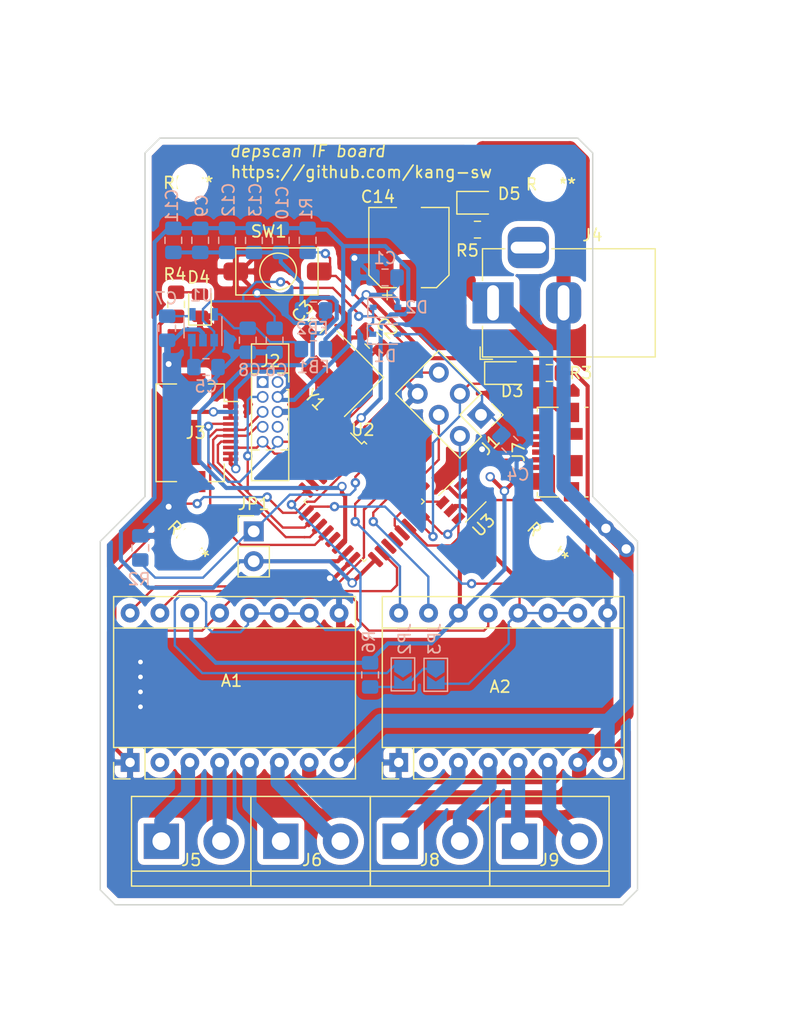
<source format=kicad_pcb>
(kicad_pcb (version 20171130) (host pcbnew "(5.1.5)-3")
  (title_block (title "Depscan IF Board") (date 2020-02-04) (rev 1.0) (company KOREATECH) (comment 1 "@author Seungwoo Kang") (comment 2 "Copyright 2020. Seungwoo Kang. All rights reserved."))
  (layers (0 F.Cu signal) (31 B.Cu signal) (34 B.Paste user) (35 F.Paste user) (36 B.SilkS user) (37 F.SilkS user) (38 B.Mask user) (39 F.Mask user) (44 Edge.Cuts user))
  (net 0 "")
  (net 1 /MOT_DIR_1)
  (net 2 +15V)
  (net 3 /MOT1_STEP)
  (net 4 GND)
  (net 5 VCC)
  (net 6 "Net-(A1-Pad6)")
  (net 7 "Net-(A1-Pad5)")
  (net 8 /MOTuCONF1)
  (net 9 "Net-(A1-Pad4)")
  (net 10 "Net-(A1-Pad3)")
  (net 11 "Net-(A1-Pad2)")
  (net 12 /MOT_DIR_2)
  (net 13 /MOT2_STEP)
  (net 14 "Net-(A2-Pad6)")
  (net 15 "Net-(A2-Pad5)")
  (net 16 /MOTuCONF2)
  (net 17 "Net-(A2-Pad4)")
  (net 18 "Net-(A2-Pad3)")
  (net 19 "Net-(A2-Pad2)")
  (net 20 /OSC_IN)
  (net 21 /OSC_OUT)
  (net 22 /STLINK_VIN)
  (net 23 "Net-(C5-Pad1)")
  (net 24 "Net-(C7-Pad1)")
  (net 25 "Net-(C8-Pad1)")
  (net 26 VSSA)
  (net 27 VDD)
  (net 28 "Net-(D3-Pad2)")
  (net 29 /SWDIO)
  (net 30 "Net-(D4-Pad2)")
  (net 31 "Net-(D5-Pad2)")
  (net 32 /NRST)
  (net 33 /JTAG_SWO)
  (net 34 /SWCLK)
  (net 35 /SPI_MOSI)
  (net 36 /ARGUS_IRQ)
  (net 37 "Net-(J2-Pad7)")
  (net 38 "Net-(J2-Pad1)")
  (net 39 /SPI_MISO)
  (net 40 /SPI_SCK)
  (net 41 /ARGUS_CS)
  (net 42 "Net-(J2-Pad10)")
  (net 43 "Net-(J7-Pad6)")
  (net 44 "Net-(J7-Pad4)")
  (net 45 "Net-(J7-Pad3)")
  (net 46 "Net-(J7-Pad2)")
  (net 47 "Net-(JP2-Pad2)")
  (net 48 "Net-(U2-Pad30)")
  (net 49 "Net-(U2-Pad25)")
  (net 50 /USB_DP)
  (net 51 /USB_DM)
  (net 52 "Net-(U2-Pad20)")
  (net 53 "Net-(U2-Pad19)")
  (net 54 "Net-(U2-Pad13)")
  (net 55 "Net-(U2-Pad7)")
  (net 56 GNDPWR)
  (net 57 /BOOT0)
  (module Connector_PinHeader_1.27mm:CONN02x05CLOCKWISE (layer F.Cu) (at 35.56 141.478)
    (fp_text reference J2 (at 0.148 -4.826) (layer F.SilkS))
    (fp_text value ARGUS_SPI_LEGACY_CONN)
    (pad 8 thru_hole oval (at 0.762 -0.508) (size 1 1) (drill 0.7) (layers *.Cu *.Mask) (net 4 GND))
    (pad 9 thru_hole oval (at 0.762 -1.778) (size 1 1) (drill 0.7) (layers *.Cu *.Mask) (net 5 VCC))
    (pad 3 thru_hole oval (at -0.508 -0.508) (size 1 1) (drill 0.7) (layers *.Cu *.Mask) (net 35 /SPI_MOSI))
    (pad 5 thru_hole oval (at -0.508 2.032) (size 1 1) (drill 0.7) (layers *.Cu *.Mask) (net 36 /ARGUS_IRQ))
    (pad 7 thru_hole oval (at 0.762 0.762) (size 1 1) (drill 0.7) (layers *.Cu *.Mask) (net 37 "Net-(J2-Pad7)"))
    (pad 1 thru_hole rect (at -0.508 -3.048) (size 1 1) (drill 0.7) (layers *.Cu *.Mask) (net 38 "Net-(J2-Pad1)"))
    (pad 4 thru_hole oval (at -0.508 0.762) (size 1 1) (drill 0.7) (layers *.Cu *.Mask) (net 39 /SPI_MISO))
    (pad 2 thru_hole oval (at -0.508 -1.778) (size 1 1) (drill 0.7) (layers *.Cu *.Mask) (net 40 /SPI_SCK))
    (pad 6 thru_hole oval (at 0.762 2.032) (size 1 1) (drill 0.7) (layers *.Cu *.Mask) (net 41 /ARGUS_CS))
    (pad 10 thru_hole oval (at 0.762 -3.048) (size 1 1) (drill 0.7) (layers *.Cu *.Mask) (net 42 "Net-(J2-Pad10)"))
  )
  (module Module:Pololu_Breakout-16_15.2x20.3mm (layer F.Cu) (at 23.77 170.776 90)
    (fp_text reference A1 (at 6.946 8.636 180) (layer F.SilkS))
    (fp_text value DRV8825_MOT2)
    (pad 16 thru_hole oval (at 12.7 0 90) (size 1.6 1.6) (drill 0.8) (layers *.Cu *.Mask) (net 1 /MOT_DIR_1))
    (pad 8 thru_hole oval (at 0 17.78 90) (size 1.6 1.6) (drill 0.8) (layers *.Cu *.Mask) (net 2 +15V))
    (pad 15 thru_hole oval (at 12.7 2.54 90) (size 1.6 1.6) (drill 0.8) (layers *.Cu *.Mask) (net 3 /MOT1_STEP))
    (pad 7 thru_hole oval (at 0 15.24 90) (size 1.6 1.6) (drill 0.8) (layers *.Cu *.Mask) (net 56 GNDPWR))
    (pad 14 thru_hole oval (at 12.7 5.08 90) (size 1.6 1.6) (drill 0.8) (layers *.Cu *.Mask) (net 5 VCC))
    (pad 6 thru_hole oval (at 0 12.7 90) (size 1.6 1.6) (drill 0.8) (layers *.Cu *.Mask) (net 6 "Net-(A1-Pad6)"))
    (pad 13 thru_hole oval (at 12.7 7.62 90) (size 1.6 1.6) (drill 0.8) (layers *.Cu *.Mask) (net 32 /NRST))
    (pad 5 thru_hole oval (at 0 10.16 90) (size 1.6 1.6) (drill 0.8) (layers *.Cu *.Mask) (net 7 "Net-(A1-Pad5)"))
    (pad 12 thru_hole oval (at 12.7 10.16 90) (size 1.6 1.6) (drill 0.8) (layers *.Cu *.Mask) (net 8 /MOTuCONF1))
    (pad 4 thru_hole oval (at 0 7.62 90) (size 1.6 1.6) (drill 0.8) (layers *.Cu *.Mask) (net 9 "Net-(A1-Pad4)"))
    (pad 11 thru_hole oval (at 12.7 12.7 90) (size 1.6 1.6) (drill 0.8) (layers *.Cu *.Mask) (net 8 /MOTuCONF1))
    (pad 3 thru_hole oval (at 0 5.08 90) (size 1.6 1.6) (drill 0.8) (layers *.Cu *.Mask) (net 10 "Net-(A1-Pad3)"))
    (pad 10 thru_hole oval (at 12.7 15.24 90) (size 1.6 1.6) (drill 0.8) (layers *.Cu *.Mask) (net 8 /MOTuCONF1))
    (pad 2 thru_hole oval (at 0 2.54 90) (size 1.6 1.6) (drill 0.8) (layers *.Cu *.Mask) (net 11 "Net-(A1-Pad2)"))
    (pad 9 thru_hole oval (at 12.7 17.78 90) (size 1.6 1.6) (drill 0.8) (layers *.Cu *.Mask) (net 4 GND))
    (pad 1 thru_hole rect (at 0 0 90) (size 1.6 1.6) (drill 0.8) (layers *.Cu *.Mask) (net 4 GND))
  )
  (module Module:Pololu_Breakout-16_15.2x20.3mm (layer F.Cu) (at 46.63 170.776 90)
    (fp_text reference A2 (at 6.438 8.636 180) (layer F.SilkS))
    (fp_text value DRV8825_MOT1)
    (pad 16 thru_hole oval (at 12.7 0 90) (size 1.6 1.6) (drill 0.8) (layers *.Cu *.Mask) (net 12 /MOT_DIR_2))
    (pad 8 thru_hole oval (at 0 17.78 90) (size 1.6 1.6) (drill 0.8) (layers *.Cu *.Mask) (net 2 +15V))
    (pad 15 thru_hole oval (at 12.7 2.54 90) (size 1.6 1.6) (drill 0.8) (layers *.Cu *.Mask) (net 13 /MOT2_STEP))
    (pad 7 thru_hole oval (at 0 15.24 90) (size 1.6 1.6) (drill 0.8) (layers *.Cu *.Mask) (net 56 GNDPWR))
    (pad 14 thru_hole oval (at 12.7 5.08 90) (size 1.6 1.6) (drill 0.8) (layers *.Cu *.Mask) (net 5 VCC))
    (pad 6 thru_hole oval (at 0 12.7 90) (size 1.6 1.6) (drill 0.8) (layers *.Cu *.Mask) (net 14 "Net-(A2-Pad6)"))
    (pad 13 thru_hole oval (at 12.7 7.62 90) (size 1.6 1.6) (drill 0.8) (layers *.Cu *.Mask) (net 32 /NRST))
    (pad 5 thru_hole oval (at 0 10.16 90) (size 1.6 1.6) (drill 0.8) (layers *.Cu *.Mask) (net 15 "Net-(A2-Pad5)"))
    (pad 12 thru_hole oval (at 12.7 10.16 90) (size 1.6 1.6) (drill 0.8) (layers *.Cu *.Mask) (net 16 /MOTuCONF2))
    (pad 4 thru_hole oval (at 0 7.62 90) (size 1.6 1.6) (drill 0.8) (layers *.Cu *.Mask) (net 17 "Net-(A2-Pad4)"))
    (pad 11 thru_hole oval (at 12.7 12.7 90) (size 1.6 1.6) (drill 0.8) (layers *.Cu *.Mask) (net 16 /MOTuCONF2))
    (pad 3 thru_hole oval (at 0 5.08 90) (size 1.6 1.6) (drill 0.8) (layers *.Cu *.Mask) (net 18 "Net-(A2-Pad3)"))
    (pad 10 thru_hole oval (at 12.7 15.24 90) (size 1.6 1.6) (drill 0.8) (layers *.Cu *.Mask) (net 16 /MOTuCONF2))
    (pad 2 thru_hole oval (at 0 2.54 90) (size 1.6 1.6) (drill 0.8) (layers *.Cu *.Mask) (net 19 "Net-(A2-Pad2)"))
    (pad 9 thru_hole oval (at 12.7 17.78 90) (size 1.6 1.6) (drill 0.8) (layers *.Cu *.Mask) (net 4 GND))
    (pad 1 thru_hole rect (at 0 0 90) (size 1.6 1.6) (drill 0.8) (layers *.Cu *.Mask) (net 4 GND))
  )
  (module Capacitor_SMD:C_0805_2012Metric_Pad1.15x1.40mm_HandSolder (layer B.Cu) (at 33.782 134.883 270)
    (fp_text reference C8 (at 2.531 -0.148 180) (layer B.SilkS) (effects (justify mirror)))
    (fp_text value 100nF)
    (pad 2 smd roundrect (at 1.025 0 270) (size 1.15 1.4) (layers B.Cu B.Paste B.Mask) (roundrect_rratio 0.217391) (net 4 GND))
    (pad 1 smd roundrect (at -1.025 0 270) (size 1.15 1.4) (layers B.Cu B.Paste B.Mask) (roundrect_rratio 0.217391) (net 25 "Net-(C8-Pad1)"))
  )
  (module Crystal:Crystal_SMD_SeikoEpson_FA238V-4Pin_3.2x2.5mm_HandSoldering (layer F.Cu) (at 41.697868 137.720101 135)
    (fp_text reference Y1 (at -0.038206 -3.121005 135) (layer F.SilkS))
    (fp_text value 24MHz)
    (pad 4 smd rect (at -1.55 -1.25 135) (size 2.1 1.8) (layers F.Cu F.Paste F.Mask) (net 4 GND))
    (pad 3 smd rect (at 1.55 -1.25 135) (size 2.1 1.8) (layers F.Cu F.Paste F.Mask) (net 21 /OSC_OUT))
    (pad 2 smd rect (at 1.55 1.25 135) (size 2.1 1.8) (layers F.Cu F.Paste F.Mask) (net 4 GND))
    (pad 1 smd rect (at -1.55 1.25 135) (size 2.1 1.8) (layers F.Cu F.Paste F.Mask) (net 20 /OSC_IN))
  )
  (module Package_TO_SOT_SMD:SOT-23-6 (layer F.Cu) (at 51.816 148.574183 225)
    (fp_text reference U3 (at 0 -2.9 45) (layer F.SilkS))
    (fp_text value USBLC6-2SC6)
    (pad 5 smd rect (at 1.1 0 225) (size 1.06 0.65) (layers F.Cu F.Paste F.Mask) (net 5 VCC))
    (pad 6 smd rect (at 1.1 -0.95 225) (size 1.06 0.65) (layers F.Cu F.Paste F.Mask) (net 50 /USB_DP))
    (pad 4 smd rect (at 1.1 0.95 225) (size 1.06 0.65) (layers F.Cu F.Paste F.Mask) (net 51 /USB_DM))
    (pad 3 smd rect (at -1.1 0.95 225) (size 1.06 0.65) (layers F.Cu F.Paste F.Mask) (net 46 "Net-(J7-Pad2)"))
    (pad 2 smd rect (at -1.1 0 225) (size 1.06 0.65) (layers F.Cu F.Paste F.Mask) (net 4 GND))
    (pad 1 smd rect (at -1.1 -0.95 225) (size 1.06 0.65) (layers F.Cu F.Paste F.Mask) (net 45 "Net-(J7-Pad3)"))
  )
  (module Package_QFP:LQFP-32_7x7mm_P0.8mm (layer F.Cu) (at 43.688 148.59 315)
    (fp_text reference U2 (at -4.385476 -4.23557 180) (layer F.SilkS))
    (fp_text value STM32G431KBTx)
    (pad 32 smd roundrect (at -2.8 -4.175 315) (size 0.5 1.5) (layers F.Cu F.Paste F.Mask) (net 4 GND))
    (pad 31 smd roundrect (at -2 -4.175 315) (size 0.5 1.5) (layers F.Cu F.Paste F.Mask) (net 57 /BOOT0))
    (pad 30 smd roundrect (at -1.2 -4.175 315) (size 0.5 1.5) (layers F.Cu F.Paste F.Mask) (net 48 "Net-(U2-Pad30)"))
    (pad 29 smd roundrect (at -0.4 -4.175 315) (size 0.5 1.5) (layers F.Cu F.Paste F.Mask) (net 12 /MOT_DIR_2))
    (pad 28 smd roundrect (at 0.4 -4.175 315) (size 0.5 1.5) (layers F.Cu F.Paste F.Mask) (net 1 /MOT_DIR_1))
    (pad 27 smd roundrect (at 1.2 -4.175 315) (size 0.5 1.5) (layers F.Cu F.Paste F.Mask) (net 13 /MOT2_STEP))
    (pad 26 smd roundrect (at 2 -4.175 315) (size 0.5 1.5) (layers F.Cu F.Paste F.Mask) (net 33 /JTAG_SWO))
    (pad 25 smd roundrect (at 2.8 -4.175 315) (size 0.5 1.5) (layers F.Cu F.Paste F.Mask) (net 49 "Net-(U2-Pad25)"))
    (pad 24 smd roundrect (at 4.175 -2.8 315) (size 1.5 0.5) (layers F.Cu F.Paste F.Mask) (net 34 /SWCLK))
    (pad 23 smd roundrect (at 4.175 -2 315) (size 1.5 0.5) (layers F.Cu F.Paste F.Mask) (net 29 /SWDIO))
    (pad 22 smd roundrect (at 4.175 -1.2 315) (size 1.5 0.5) (layers F.Cu F.Paste F.Mask) (net 50 /USB_DP))
    (pad 21 smd roundrect (at 4.175 -0.4 315) (size 1.5 0.5) (layers F.Cu F.Paste F.Mask) (net 51 /USB_DM))
    (pad 20 smd roundrect (at 4.175 0.4 315) (size 1.5 0.5) (layers F.Cu F.Paste F.Mask) (net 52 "Net-(U2-Pad20)"))
    (pad 19 smd roundrect (at 4.175 1.2 315) (size 1.5 0.5) (layers F.Cu F.Paste F.Mask) (net 53 "Net-(U2-Pad19)"))
    (pad 18 smd roundrect (at 4.175 2 315) (size 1.5 0.5) (layers F.Cu F.Paste F.Mask) (net 3 /MOT1_STEP))
    (pad 17 smd roundrect (at 4.175 2.8 315) (size 1.5 0.5) (layers F.Cu F.Paste F.Mask) (net 27 VDD))
    (pad 16 smd roundrect (at 2.8 4.175 315) (size 0.5 1.5) (layers F.Cu F.Paste F.Mask) (net 4 GND))
    (pad 15 smd roundrect (at 2 4.175 315) (size 0.5 1.5) (layers F.Cu F.Paste F.Mask) (net 27 VDD))
    (pad 14 smd roundrect (at 1.2 4.175 315) (size 0.5 1.5) (layers F.Cu F.Paste F.Mask) (net 26 VSSA))
    (pad 13 smd roundrect (at 0.4 4.175 315) (size 0.5 1.5) (layers F.Cu F.Paste F.Mask) (net 54 "Net-(U2-Pad13)"))
    (pad 12 smd roundrect (at -0.4 4.175 315) (size 0.5 1.5) (layers F.Cu F.Paste F.Mask) (net 35 /SPI_MOSI))
    (pad 11 smd roundrect (at -1.2 4.175 315) (size 0.5 1.5) (layers F.Cu F.Paste F.Mask) (net 39 /SPI_MISO))
    (pad 10 smd roundrect (at -2 4.175 315) (size 0.5 1.5) (layers F.Cu F.Paste F.Mask) (net 40 /SPI_SCK))
    (pad 9 smd roundrect (at -2.8 4.175 315) (size 0.5 1.5) (layers F.Cu F.Paste F.Mask) (net 16 /MOTuCONF2))
    (pad 8 smd roundrect (at -4.175 2.8 315) (size 1.5 0.5) (layers F.Cu F.Paste F.Mask) (net 8 /MOTuCONF1))
    (pad 7 smd roundrect (at -4.175 2 315) (size 1.5 0.5) (layers F.Cu F.Paste F.Mask) (net 55 "Net-(U2-Pad7)"))
    (pad 6 smd roundrect (at -4.175 1.2 315) (size 1.5 0.5) (layers F.Cu F.Paste F.Mask) (net 36 /ARGUS_IRQ))
    (pad 5 smd roundrect (at -4.175 0.4 315) (size 1.5 0.5) (layers F.Cu F.Paste F.Mask) (net 41 /ARGUS_CS))
    (pad 4 smd roundrect (at -4.175 -0.4 315) (size 1.5 0.5) (layers F.Cu F.Paste F.Mask) (net 32 /NRST))
    (pad 3 smd roundrect (at -4.175 -1.2 315) (size 1.5 0.5) (layers F.Cu F.Paste F.Mask) (net 21 /OSC_OUT))
    (pad 2 smd roundrect (at -4.175 -2 315) (size 1.5 0.5) (layers F.Cu F.Paste F.Mask) (net 20 /OSC_IN))
    (pad 1 smd roundrect (at -4.175 -2.8 315) (size 1.5 0.5) (layers F.Cu F.Paste F.Mask) (net 27 VDD))
  )
  (module Package_TO_SOT_SMD:SOT-23-5 (layer B.Cu) (at 29.972 133.774 90)
    (fp_text reference U1 (at 2.71 -0.106 180) (layer B.SilkS) (effects (justify mirror)))
    (fp_text value LD3985M33R_SOT23)
    (pad 5 smd rect (at 1.1 0.95 90) (size 1.06 0.65) (layers B.Cu B.Paste B.Mask) (net 25 "Net-(C8-Pad1)"))
    (pad 4 smd rect (at 1.1 -0.95 90) (size 1.06 0.65) (layers B.Cu B.Paste B.Mask) (net 24 "Net-(C7-Pad1)"))
    (pad 3 smd rect (at -1.1 -0.95 90) (size 1.06 0.65) (layers B.Cu B.Paste B.Mask) (net 23 "Net-(C5-Pad1)"))
    (pad 2 smd rect (at -1.1 0 90) (size 1.06 0.65) (layers B.Cu B.Paste B.Mask) (net 4 GND))
    (pad 1 smd rect (at -1.1 0.95 90) (size 1.06 0.65) (layers B.Cu B.Paste B.Mask) (net 23 "Net-(C5-Pad1)"))
  )
  (module Button_Switch_SMD:SW_SMD_TS1107 (layer F.Cu) (at 32.766 129.032)
    (fp_text reference SW1 (at 2.8 -3.4) (layer F.SilkS))
    (fp_text value SW_RESET)
    (pad 1 smd roundrect (at 0 0) (size 2.1 1.524) (layers F.Cu F.Paste F.Mask) (net 4 GND))
    (pad 2 smd roundrect (at 7.1 0) (size 2.1 1.524) (layers F.Cu F.Paste F.Mask) (net 32 /NRST))
  )
  (module Resistor_SMD:R_0805_2012Metric_Pad1.15x1.40mm_HandSolder (layer B.Cu) (at 44.196 163.330999 270)
    (fp_text reference R6 (at -2.802999 0.106 90) (layer B.SilkS) (effects (justify mirror)))
    (fp_text value 22k)
    (pad 2 smd roundrect (at 1.025 0 270) (size 1.15 1.4) (layers B.Cu B.Paste B.Mask) (roundrect_rratio 0.217391) (net 47 "Net-(JP2-Pad2)"))
    (pad 1 smd roundrect (at -1.025 0 270) (size 1.15 1.4) (layers B.Cu B.Paste B.Mask) (roundrect_rratio 0.217391) (net 5 VCC))
  )
  (module Resistor_SMD:R_0805_2012Metric_Pad1.15x1.40mm_HandSolder (layer F.Cu) (at 53.331 125.476)
    (fp_text reference R5 (at -0.859 1.778) (layer F.SilkS))
    (fp_text value 1k)
    (pad 2 smd roundrect (at 1.025 0) (size 1.15 1.4) (layers F.Cu F.Paste F.Mask) (roundrect_rratio 0.217391) (net 31 "Net-(D5-Pad2)"))
    (pad 1 smd roundrect (at -1.025 0) (size 1.15 1.4) (layers F.Cu F.Paste F.Mask) (roundrect_rratio 0.217391) (net 2 +15V))
  )
  (module Resistor_SMD:R_0805_2012Metric_Pad1.15x1.40mm_HandSolder (layer F.Cu) (at 27.686 131.826 90)
    (fp_text reference R4 (at 2.54 -0.106 180) (layer F.SilkS))
    (fp_text value 300)
    (pad 2 smd roundrect (at 1.025 0 90) (size 1.15 1.4) (layers F.Cu F.Paste F.Mask) (roundrect_rratio 0.217391) (net 30 "Net-(D4-Pad2)"))
    (pad 1 smd roundrect (at -1.025 0 90) (size 1.15 1.4) (layers F.Cu F.Paste F.Mask) (roundrect_rratio 0.217391) (net 5 VCC))
  )
  (module Resistor_SMD:R_0805_2012Metric_Pad1.15x1.40mm_HandSolder (layer F.Cu) (at 59.444999 137.668 180)
    (fp_text reference R3 (at -2.679001 0) (layer F.SilkS))
    (fp_text value 300)
    (pad 2 smd roundrect (at 1.025 0 180) (size 1.15 1.4) (layers F.Cu F.Paste F.Mask) (roundrect_rratio 0.217391) (net 28 "Net-(D3-Pad2)"))
    (pad 1 smd roundrect (at -1.025 0 180) (size 1.15 1.4) (layers F.Cu F.Paste F.Mask) (roundrect_rratio 0.217391) (net 5 VCC))
  )
  (module Resistor_SMD:R_0805_2012Metric_Pad1.15x1.40mm_HandSolder (layer B.Cu) (at 24.638 152.536 270)
    (fp_text reference R2 (at 2.658 0.106 180) (layer B.SilkS) (effects (justify mirror)))
    (fp_text value 22k)
    (pad 2 smd roundrect (at 1.025 0 270) (size 1.15 1.4) (layers B.Cu B.Paste B.Mask) (roundrect_rratio 0.217391) (net 57 /BOOT0))
    (pad 1 smd roundrect (at -1.025 0 270) (size 1.15 1.4) (layers B.Cu B.Paste B.Mask) (roundrect_rratio 0.217391) (net 4 GND))
  )
  (module Resistor_SMD:R_0805_2012Metric_Pad1.15x1.40mm_HandSolder (layer B.Cu) (at 38.880051 126.386789 270)
    (fp_text reference R1 (at -2.688789 0.124051 270) (layer B.SilkS) (effects (justify mirror)))
    (fp_text value 22k)
    (pad 2 smd roundrect (at 1.025 0 270) (size 1.15 1.4) (layers B.Cu B.Paste B.Mask) (roundrect_rratio 0.217391) (net 32 /NRST))
    (pad 1 smd roundrect (at -1.025 0 270) (size 1.15 1.4) (layers B.Cu B.Paste B.Mask) (roundrect_rratio 0.217391) (net 27 VDD))
  )
  (module Jumper:SolderJumper-2_P1.3mm_Open_TrianglePad1.0x1.5mm (layer B.Cu) (at 49.784 163.322 270)
    (fp_text reference JP3 (at -3.048 0.106 270) (layer B.SilkS) (effects (justify mirror)))
    (fp_text value CONF_FIX_JP)
    (pad 1 smd custom (at -0.725 0 270) (size 0.3 0.3) (layers B.Cu B.Mask) (net 47 "Net-(JP2-Pad2)") (options (clearance outline) (anchor rect)) (primitives (gr_poly (pts (xy -0.5 0.75) (xy 0.5 0.75) (xy 1 0) (xy 0.5 -0.75) (xy -0.5 -0.75)) (width 0))))
    (pad 2 smd custom (at 0.725 0 270) (size 0.3 0.3) (layers B.Cu B.Mask) (net 16 /MOTuCONF2) (options (clearance outline) (anchor rect)) (primitives (gr_poly (pts (xy -0.65 0.75) (xy 0.5 0.75) (xy 0.5 -0.75) (xy -0.65 -0.75) (xy -0.15 0)) (width 0))))
  )
  (module Jumper:SolderJumper-2_P1.3mm_Open_TrianglePad1.0x1.5mm (layer B.Cu) (at 46.99 163.284999 270)
    (fp_text reference JP2 (at -3.010999 -0.148 90) (layer B.SilkS) (effects (justify mirror)))
    (fp_text value CONF_FIX_JP)
    (pad 1 smd custom (at -0.725 0 270) (size 0.3 0.3) (layers B.Cu B.Mask) (net 8 /MOTuCONF1) (options (clearance outline) (anchor rect)) (primitives (gr_poly (pts (xy -0.5 0.75) (xy 0.5 0.75) (xy 1 0) (xy 0.5 -0.75) (xy -0.5 -0.75)) (width 0))))
    (pad 2 smd custom (at 0.725 0 270) (size 0.3 0.3) (layers B.Cu B.Mask) (net 47 "Net-(JP2-Pad2)") (options (clearance outline) (anchor rect)) (primitives (gr_poly (pts (xy -0.65 0.75) (xy 0.5 0.75) (xy 0.5 -0.75) (xy -0.65 -0.75) (xy -0.15 0)) (width 0))))
  )
  (module Connector_PinHeader_2.54mm:PinHeader_1x02_P2.54mm_Vertical (layer F.Cu) (at 34.29 151.13)
    (fp_text reference JP1 (at 0 -2.33) (layer F.SilkS))
    (fp_text value BOOT0_JP)
    (pad 2 thru_hole oval (at 0 2.54) (size 1.7 1.7) (drill 1) (layers *.Cu *.Mask) (net 27 VDD))
    (pad 1 thru_hole rect (at 0 0) (size 1.7 1.7) (drill 1) (layers *.Cu *.Mask) (net 57 /BOOT0))
  )
  (module Connector_USB:USB_Micro-B_Molex_47346-0001 (layer F.Cu) (at 60.134 144.392 90)
    (fp_text reference J7 (at 0 -3.3 270) (layer F.SilkS))
    (fp_text value USB_B_Micro)
    (pad 6 smd rect (at 1.55 1.2 90) (size 1 1.9) (layers F.Cu F.Paste F.Mask) (net 43 "Net-(J7-Pad6)"))
    (pad 6 smd rect (at -1.15 1.2 90) (size 1.8 1.9) (layers F.Cu F.Paste F.Mask) (net 43 "Net-(J7-Pad6)"))
    (pad 6 smd rect (at 3.375 1.2 90) (size 1.65 1.3) (layers F.Cu F.Paste F.Mask) (net 43 "Net-(J7-Pad6)"))
    (pad 6 smd rect (at -3.375 1.2 90) (size 1.65 1.3) (layers F.Cu F.Paste F.Mask) (net 43 "Net-(J7-Pad6)"))
    (pad 6 smd rect (at 2.4875 -1.375 90) (size 1.425 1.55) (layers F.Cu F.Paste F.Mask) (net 43 "Net-(J7-Pad6)"))
    (pad 6 smd rect (at -2.4875 -1.375 90) (size 1.425 1.55) (layers F.Cu F.Paste F.Mask) (net 43 "Net-(J7-Pad6)"))
    (pad 5 smd rect (at 1.3 -1.46 90) (size 0.45 1.38) (layers F.Cu F.Paste F.Mask) (net 4 GND))
    (pad 4 smd rect (at 0.65 -1.46 90) (size 0.45 1.38) (layers F.Cu F.Paste F.Mask) (net 44 "Net-(J7-Pad4)"))
    (pad 3 smd rect (at 0 -1.46 90) (size 0.45 1.38) (layers F.Cu F.Paste F.Mask) (net 45 "Net-(J7-Pad3)"))
    (pad 2 smd rect (at -0.65 -1.46 90) (size 0.45 1.38) (layers F.Cu F.Paste F.Mask) (net 46 "Net-(J7-Pad2)"))
    (pad 1 smd rect (at -1.3 -1.46 90) (size 0.45 1.38) (layers F.Cu F.Paste F.Mask) (net 5 VCC))
  )
  (module Connector_BarrelJack:BarrelJack_Horizontal (layer F.Cu) (at 54.658 131.7 180)
    (fp_text reference J4 (at -8.45 5.75) (layer F.SilkS))
    (fp_text value VMOT_IN_5mm)
    (pad 3 thru_hole roundrect (at -3 4.7 180) (size 3.5 3.5) (drill oval 3 1) (layers *.Cu *.Mask))
    (pad 2 thru_hole roundrect (at -6 0 180) (size 3 3.5) (drill oval 1 3) (layers *.Cu *.Mask) (net 56 GNDPWR))
    (pad 1 thru_hole rect (at 0 0 180) (size 3.5 3.5) (drill oval 1 3) (layers *.Cu *.Mask) (net 2 +15V))
  )
  (module Connector_FFC-FPC:Hirose_FH12-10S-0.5SH_1x10-1MP_P0.50mm_Horizontal (layer F.Cu) (at 30.48 142.748 270)
    (fp_text reference J3 (at 0 1.122) (layer F.SilkS))
    (fp_text value ARGUS_SPI_FFC_CONN)
    (pad 10 smd rect (at 2.25 -1.85 270) (size 0.3 1.3) (layers F.Cu F.Paste F.Mask) (net 5 VCC))
    (pad 9 smd rect (at 1.75 -1.85 270) (size 0.3 1.3) (layers F.Cu F.Paste F.Mask) (net 5 VCC))
    (pad 8 smd rect (at 1.25 -1.85 270) (size 0.3 1.3) (layers F.Cu F.Paste F.Mask) (net 36 /ARGUS_IRQ))
    (pad 7 smd rect (at 0.75 -1.85 270) (size 0.3 1.3) (layers F.Cu F.Paste F.Mask) (net 40 /SPI_SCK))
    (pad 6 smd rect (at 0.25 -1.85 270) (size 0.3 1.3) (layers F.Cu F.Paste F.Mask) (net 39 /SPI_MISO))
    (pad 5 smd rect (at -0.25 -1.85 270) (size 0.3 1.3) (layers F.Cu F.Paste F.Mask) (net 35 /SPI_MOSI))
    (pad 4 smd rect (at -0.75 -1.85 270) (size 0.3 1.3) (layers F.Cu F.Paste F.Mask) (net 41 /ARGUS_CS))
    (pad 3 smd rect (at -1.25 -1.85 270) (size 0.3 1.3) (layers F.Cu F.Paste F.Mask) (net 4 GND))
    (pad 2 smd rect (at -1.75 -1.85 270) (size 0.3 1.3) (layers F.Cu F.Paste F.Mask) (net 4 GND))
    (pad 1 smd rect (at -2.25 -1.85 270) (size 0.3 1.3) (layers F.Cu F.Paste F.Mask) (net 4 GND))
    (pad MP smd rect (at -4.15 1.4 270) (size 1.8 2.2) (layers F.Cu F.Paste F.Mask))
    (pad MP smd rect (at 4.15 1.4 270) (size 1.8 2.2) (layers F.Cu F.Paste F.Mask))
  )
  (module Connector_PinHeader_2.54mm:PinHeader_2x03_P2.54mm_Vertical (layer F.Cu) (at 53.630102 141.224 225)
    (fp_text reference J1 (at 1.27 -2.33 45) (layer F.SilkS))
    (fp_text value SWD_CONN)
    (pad 6 thru_hole oval (at 2.54 5.08 225) (size 1.7 1.7) (drill 1) (layers *.Cu *.Mask) (net 4 GND))
    (pad 5 thru_hole oval (at 0 5.08 225) (size 1.7 1.7) (drill 1) (layers *.Cu *.Mask) (net 32 /NRST))
    (pad 4 thru_hole oval (at 2.54 2.54 225) (size 1.7 1.7) (drill 1) (layers *.Cu *.Mask) (net 33 /JTAG_SWO))
    (pad 3 thru_hole oval (at 0 2.54 225) (size 1.7 1.7) (drill 1) (layers *.Cu *.Mask) (net 29 /SWDIO))
    (pad 2 thru_hole oval (at 2.54 0 225) (size 1.7 1.7) (drill 1) (layers *.Cu *.Mask) (net 34 /SWCLK))
    (pad 1 thru_hole rect (at 0 0 225) (size 1.7 1.7) (drill 1) (layers *.Cu *.Mask) (net 22 /STLINK_VIN))
  )
  (module Inductor_SMD:L_0805_2012Metric_Pad1.15x1.40mm_HandSolder (layer B.Cu) (at 39.379 132.334)
    (fp_text reference FB2 (at -0.115 1.524) (layer B.SilkS) (effects (justify mirror)))
    (fp_text value Ferrite_Bead_2012)
    (pad 2 smd roundrect (at 1.025 0) (size 1.15 1.4) (layers B.Cu B.Paste B.Mask) (roundrect_rratio 0.217391) (net 4 GND))
    (pad 1 smd roundrect (at -1.025 0) (size 1.15 1.4) (layers B.Cu B.Paste B.Mask) (roundrect_rratio 0.217391) (net 26 VSSA))
  )
  (module Inductor_SMD:L_0805_2012Metric_Pad1.15x1.40mm_HandSolder (layer B.Cu) (at 39.37 135.636 180)
    (fp_text reference FB1 (at 0 -1.524) (layer B.SilkS) (effects (justify mirror)))
    (fp_text value Ferrite_Bead_2012)
    (pad 2 smd roundrect (at 1.025 0 180) (size 1.15 1.4) (layers B.Cu B.Paste B.Mask) (roundrect_rratio 0.217391) (net 25 "Net-(C8-Pad1)"))
    (pad 1 smd roundrect (at -1.025 0 180) (size 1.15 1.4) (layers B.Cu B.Paste B.Mask) (roundrect_rratio 0.217391) (net 27 VDD))
  )
  (module LED_SMD:LED_0805_2012Metric (layer F.Cu) (at 53.261501 123.19)
    (fp_text reference D5 (at 2.766499 -0.762) (layer F.SilkS))
    (fp_text value LED_R)
    (pad 2 smd roundrect (at 0.9375 0) (size 0.975 1.4) (layers F.Cu F.Paste F.Mask) (net 31 "Net-(D5-Pad2)"))
    (pad 1 smd roundrect (at -0.9375 0) (size 0.975 1.4) (layers F.Cu F.Paste F.Mask) (net 56 GNDPWR))
  )
  (module LED_SMD:LED_0805_2012Metric (layer F.Cu) (at 29.718 131.904499 90)
    (fp_text reference D4 (at 2.364499 -0.106 180) (layer F.SilkS))
    (fp_text value LED_Y)
    (pad 2 smd roundrect (at 0.9375 0 90) (size 0.975 1.4) (layers F.Cu F.Paste F.Mask) (net 30 "Net-(D4-Pad2)"))
    (pad 1 smd roundrect (at -0.9375 0 90) (size 0.975 1.4) (layers F.Cu F.Paste F.Mask) (net 4 GND))
  )
  (module LED_SMD:LED_0805_2012Metric (layer F.Cu) (at 55.626 137.668)
    (fp_text reference D3 (at 0.656 1.524) (layer F.SilkS))
    (fp_text value LED_G)
    (pad 2 smd roundrect (at 0.9375 0) (size 0.975 1.4) (layers F.Cu F.Paste F.Mask) (net 28 "Net-(D3-Pad2)"))
    (pad 1 smd roundrect (at -0.9375 0) (size 0.975 1.4) (layers F.Cu F.Paste F.Mask) (net 29 /SWDIO))
  )
  (module Diode_SMD:D_SOD-323 (layer B.Cu) (at 45.5 132.08)
    (fp_text reference D2 (at 2.654 0) (layer B.SilkS) (effects (justify mirror)))
    (fp_text value BAT60JFILM)
    (pad 1 smd rect (at -1.05 0) (size 0.6 0.45) (layers B.Cu B.Paste B.Mask) (net 23 "Net-(C5-Pad1)"))
    (pad 2 smd rect (at 1.05 0) (size 0.6 0.45) (layers B.Cu B.Paste B.Mask) (net 5 VCC))
  )
  (module Diode_SMD:D_SOD-323 (layer B.Cu) (at 45.466 134.366)
    (fp_text reference D1 (at 0 1.85) (layer B.SilkS) (effects (justify mirror)))
    (fp_text value BAT60JFILM)
    (pad 2 smd rect (at 1.05 0) (size 0.6 0.45) (layers B.Cu B.Paste B.Mask) (net 22 /STLINK_VIN))
    (pad 1 smd rect (at -1.05 0) (size 0.6 0.45) (layers B.Cu B.Paste B.Mask) (net 23 "Net-(C5-Pad1)"))
  )
  (module Capacitor_SMD:CP_Elec_6.3x5.2 (layer F.Cu) (at 47.498 127 90)
    (fp_text reference C14 (at 4.318 -2.646 180) (layer F.SilkS))
    (fp_text value 100uF/25V)
    (pad 2 smd roundrect (at 2.8 0 90) (size 3.5 1.6) (layers F.Cu F.Paste F.Mask) (roundrect_rratio 0.15625) (net 56 GNDPWR))
    (pad 1 smd roundrect (at -2.8 0 90) (size 3.5 1.6) (layers F.Cu F.Paste F.Mask) (roundrect_rratio 0.15625) (net 2 +15V))
  )
  (module Capacitor_SMD:C_0805_2012Metric_Pad1.15x1.40mm_HandSolder (layer B.Cu) (at 34.308051 126.395789 270)
    (fp_text reference C13 (at -3.459789 -0.129949 90) (layer B.SilkS) (effects (justify mirror)))
    (fp_text value 2.2uF)
    (pad 2 smd roundrect (at 1.025 0 270) (size 1.15 1.4) (layers B.Cu B.Paste B.Mask) (roundrect_rratio 0.217391) (net 26 VSSA))
    (pad 1 smd roundrect (at -1.025 0 270) (size 1.15 1.4) (layers B.Cu B.Paste B.Mask) (roundrect_rratio 0.217391) (net 27 VDD))
  )
  (module Capacitor_SMD:C_0805_2012Metric_Pad1.15x1.40mm_HandSolder (layer B.Cu) (at 32.02205 126.386789 270)
    (fp_text reference C12 (at -3.450789 -0.12995 90) (layer B.SilkS) (effects (justify mirror)))
    (fp_text value 100nF)
    (pad 2 smd roundrect (at 1.025 0 270) (size 1.15 1.4) (layers B.Cu B.Paste B.Mask) (roundrect_rratio 0.217391) (net 26 VSSA))
    (pad 1 smd roundrect (at -1.025 0 270) (size 1.15 1.4) (layers B.Cu B.Paste B.Mask) (roundrect_rratio 0.217391) (net 27 VDD))
  )
  (module Capacitor_SMD:C_0805_2012Metric_Pad1.15x1.40mm_HandSolder (layer B.Cu) (at 27.450051 126.38679 270)
    (fp_text reference C11 (at -2.94279 0.124051 90) (layer B.SilkS) (effects (justify mirror)))
    (fp_text value 100nF)
    (pad 2 smd roundrect (at 1.025 0 270) (size 1.15 1.4) (layers B.Cu B.Paste B.Mask) (roundrect_rratio 0.217391) (net 26 VSSA))
    (pad 1 smd roundrect (at -1.025 0 270) (size 1.15 1.4) (layers B.Cu B.Paste B.Mask) (roundrect_rratio 0.217391) (net 27 VDD))
  )
  (module Capacitor_SMD:C_0805_2012Metric_Pad1.15x1.40mm_HandSolder (layer B.Cu) (at 36.594051 126.386789 270)
    (fp_text reference C10 (at -3.196789 -0.129949 270) (layer B.SilkS) (effects (justify mirror)))
    (fp_text value 100nF)
    (pad 2 smd roundrect (at 1.025 0 270) (size 1.15 1.4) (layers B.Cu B.Paste B.Mask) (roundrect_rratio 0.217391) (net 26 VSSA))
    (pad 1 smd roundrect (at -1.025 0 270) (size 1.15 1.4) (layers B.Cu B.Paste B.Mask) (roundrect_rratio 0.217391) (net 27 VDD))
  )
  (module Capacitor_SMD:C_0805_2012Metric_Pad1.15x1.40mm_HandSolder (layer B.Cu) (at 29.73605 126.386789 270)
    (fp_text reference C9 (at -2.942789 -0.12995 90) (layer B.SilkS) (effects (justify mirror)))
    (fp_text value 100nF)
    (pad 2 smd roundrect (at 1.025 0 270) (size 1.15 1.4) (layers B.Cu B.Paste B.Mask) (roundrect_rratio 0.217391) (net 26 VSSA))
    (pad 1 smd roundrect (at -1.025 0 270) (size 1.15 1.4) (layers B.Cu B.Paste B.Mask) (roundrect_rratio 0.217391) (net 27 VDD))
  )
  (module Capacitor_SMD:C_0805_2012Metric_Pad1.15x1.40mm_HandSolder (layer B.Cu) (at 26.924 133.858 270)
    (fp_text reference C7 (at -2.54 0.106 180) (layer B.SilkS) (effects (justify mirror)))
    (fp_text value 10nF/X7R)
    (pad 2 smd roundrect (at 1.025 0 270) (size 1.15 1.4) (layers B.Cu B.Paste B.Mask) (roundrect_rratio 0.217391) (net 4 GND))
    (pad 1 smd roundrect (at -1.025 0 270) (size 1.15 1.4) (layers B.Cu B.Paste B.Mask) (roundrect_rratio 0.217391) (net 24 "Net-(C7-Pad1)"))
  )
  (module Capacitor_SMD:C_0805_2012Metric_Pad1.15x1.40mm_HandSolder (layer B.Cu) (at 36.068 134.883 270)
    (fp_text reference C6 (at 2.531 -0.148 180) (layer B.SilkS) (effects (justify mirror)))
    (fp_text value 100nF)
    (pad 2 smd roundrect (at 1.025 0 270) (size 1.15 1.4) (layers B.Cu B.Paste B.Mask) (roundrect_rratio 0.217391) (net 4 GND))
    (pad 1 smd roundrect (at -1.025 0 270) (size 1.15 1.4) (layers B.Cu B.Paste B.Mask) (roundrect_rratio 0.217391) (net 23 "Net-(C5-Pad1)"))
  )
  (module Capacitor_SMD:C_0805_2012Metric_Pad1.15x1.40mm_HandSolder (layer B.Cu) (at 30.226 137.16)
    (fp_text reference C5 (at 0 1.65) (layer B.SilkS) (effects (justify mirror)))
    (fp_text value 1uF/25V/X5R)
    (pad 2 smd roundrect (at 1.025 0) (size 1.15 1.4) (layers B.Cu B.Paste B.Mask) (roundrect_rratio 0.217391) (net 4 GND))
    (pad 1 smd roundrect (at -1.025 0) (size 1.15 1.4) (layers B.Cu B.Paste B.Mask) (roundrect_rratio 0.217391) (net 23 "Net-(C5-Pad1)"))
  )
  (module Capacitor_SMD:C_0805_2012Metric_Pad1.15x1.40mm_HandSolder (layer B.Cu) (at 56.096784 143.726784 315)
    (fp_text reference C4 (at 2.312545 1.332189 180) (layer B.SilkS) (effects (justify mirror)))
    (fp_text value 2.2uF/15V)
    (pad 2 smd roundrect (at 1.025 0 315) (size 1.15 1.4) (layers B.Cu B.Paste B.Mask) (roundrect_rratio 0.217391) (net 4 GND))
    (pad 1 smd roundrect (at -1.025 0 315) (size 1.15 1.4) (layers B.Cu B.Paste B.Mask) (roundrect_rratio 0.217391) (net 22 /STLINK_VIN))
  )
  (module Capacitor_SMD:C_0805_2012Metric_Pad1.15x1.40mm_HandSolder (layer F.Cu) (at 39.624 133.604 45)
    (fp_text reference C3 (at 0 -1.65 45) (layer F.SilkS))
    (fp_text value 22pF)
    (pad 2 smd roundrect (at 1.025 0 45) (size 1.15 1.4) (layers F.Cu F.Paste F.Mask) (roundrect_rratio 0.217391) (net 4 GND))
    (pad 1 smd roundrect (at -1.025 0 45) (size 1.15 1.4) (layers F.Cu F.Paste F.Mask) (roundrect_rratio 0.217391) (net 21 /OSC_OUT))
  )
  (module Capacitor_SMD:C_0805_2012Metric_Pad1.15x1.40mm_HandSolder (layer F.Cu) (at 44.45 134.874 135)
    (fp_text reference C2 (at -0.104652 1.541493 135) (layer F.SilkS))
    (fp_text value 22pF)
    (pad 2 smd roundrect (at 1.025 0 135) (size 1.15 1.4) (layers F.Cu F.Paste F.Mask) (roundrect_rratio 0.217391) (net 4 GND))
    (pad 1 smd roundrect (at -1.025 0 135) (size 1.15 1.4) (layers F.Cu F.Paste F.Mask) (roundrect_rratio 0.217391) (net 20 /OSC_IN))
  )
  (module Capacitor_SMD:C_0805_2012Metric_Pad1.15x1.40mm_HandSolder (layer B.Cu) (at 45.466 129.54 180)
    (fp_text reference C1 (at 0 1.65) (layer B.SilkS) (effects (justify mirror)))
    (fp_text value 2.2uF/15V)
    (pad 2 smd roundrect (at 1.025 0 180) (size 1.15 1.4) (layers B.Cu B.Paste B.Mask) (roundrect_rratio 0.217391) (net 4 GND))
    (pad 1 smd roundrect (at -1.025 0 180) (size 1.15 1.4) (layers B.Cu B.Paste B.Mask) (roundrect_rratio 0.217391) (net 5 VCC))
  )
  (module MountingHole:MountingHole_2.2mm_M2 (layer F.Cu) (at 59.33 151.98)
    (fp_text reference REF** (at 0 0.127 135) (layer F.SilkS))
    (fp_text value MountingHole_2.2mm_M2)
    (pad 1 np_thru_hole circle (at 0 0) (size 2.2 2.2) (drill 2.2) (layers *.Cu *.Mask))
  )
  (module MountingHole:MountingHole_2.2mm_M2 (layer F.Cu) (at 28.85 121.5)
    (fp_text reference REF** (at -0.127 0) (layer F.SilkS))
    (fp_text value MountingHole_2.2mm_M2)
    (pad 1 np_thru_hole circle (at 0 0) (size 2.2 2.2) (drill 2.2) (layers *.Cu *.Mask))
  )
  (module MountingHole:MountingHole_2.2mm_M2 (layer F.Cu) (at 59.33 121.5)
    (fp_text reference REF** (at 0.254 0.127) (layer F.SilkS))
    (fp_text value MountingHole_2.2mm_M2)
    (pad 1 np_thru_hole circle (at 0 0) (size 2.2 2.2) (drill 2.2) (layers *.Cu *.Mask))
  )
  (module MountingHole:MountingHole_2.2mm_M2 (layer F.Cu) (at 28.85 151.98)
    (fp_text reference REF** (at -0.127 0 135) (layer F.SilkS))
    (fp_text value MountingHole_2.2mm_M2)
    (pad 1 np_thru_hole circle (at 0 0) (size 2.2 2.2) (drill 2.2) (layers *.Cu *.Mask))
  )
  (module TerminalBlock:TerminalBlock_bornier-2_P5.08mm (layer F.Cu) (at 56.912 177.476)
    (fp_text reference J9 (at 2.54 1.594) (layer F.SilkS))
    (fp_text value MOT_TERM)
    (pad 1 thru_hole rect (at 0 0) (size 3 3) (drill 1.52) (layers *.Cu *.Mask) (net 15 "Net-(A2-Pad5)"))
    (pad 2 thru_hole circle (at 5.08 0) (size 3 3) (drill 1.52) (layers *.Cu *.Mask) (net 14 "Net-(A2-Pad6)"))
  )
  (module TerminalBlock:TerminalBlock_bornier-2_P5.08mm (layer F.Cu) (at 46.752 177.476)
    (fp_text reference J8 (at 2.54 1.594) (layer F.SilkS))
    (fp_text value MOT_TERM)
    (pad 2 thru_hole rect (at 0 0) (size 3 3) (drill 1.52) (layers *.Cu *.Mask) (net 18 "Net-(A2-Pad3)"))
    (pad 1 thru_hole circle (at 5.08 0) (size 3 3) (drill 1.52) (layers *.Cu *.Mask) (net 17 "Net-(A2-Pad4)"))
  )
  (module TerminalBlock:TerminalBlock_bornier-2_P5.08mm (layer F.Cu) (at 36.592 177.476)
    (fp_text reference J6 (at 2.672 1.594) (layer F.SilkS))
    (fp_text value MOT_TERM)
    (pad 2 thru_hole circle (at 5.08 0) (size 3 3) (drill 1.52) (layers *.Cu *.Mask) (net 6 "Net-(A1-Pad6)"))
    (pad 1 thru_hole rect (at 0 0) (size 3 3) (drill 1.52) (layers *.Cu *.Mask) (net 7 "Net-(A1-Pad5)"))
  )
  (module TerminalBlock:TerminalBlock_bornier-2_P5.08mm (layer F.Cu) (at 26.432 177.476)
    (fp_text reference J5 (at 2.54 1.594) (layer F.SilkS))
    (fp_text value MOT_TERM)
    (pad 1 thru_hole circle (at 5.08 0) (size 3 3) (drill 1.52) (layers *.Cu *.Mask) (net 9 "Net-(A1-Pad4)"))
    (pad 2 thru_hole rect (at 0 0) (size 3 3) (drill 1.52) (layers *.Cu *.Mask) (net 10 "Net-(A1-Pad3)"))
  )
  (gr_text "depscan IF board" (at 38.878 118.802) (layer F.SilkS) (effects (font (size 1 1) (thickness 0.15) italic)))
  (gr_text https://github.com/kang-sw (at 43.45 120.58) (layer F.SilkS) (effects (font (size 1 1))))
  (gr_line (start 22.5 182.88) (end 21.23 181.61) (layer Edge.Cuts) (width 0.12))
  (gr_line (start 65.68 182.88) (end 22.5 182.88) (layer Edge.Cuts) (width 0.12))
  (gr_line (start 66.95 181.61) (end 65.68 182.88) (layer Edge.Cuts) (width 0.12))
  (gr_line (start 63.14 148.17) (end 66.95 151.98) (layer Edge.Cuts) (width 0.12))
  (gr_line (start 63.14 118.96) (end 63.14 148.17) (layer Edge.Cuts) (width 0.12))
  (gr_line (start 21.23 151.98) (end 25.04 148.17) (layer Edge.Cuts) (width 0.12))
  (gr_line (start 61.87 117.69) (end 63.14 118.96) (layer Edge.Cuts) (width 0.12))
  (gr_line (start 26.31 117.69) (end 61.87 117.69) (layer Edge.Cuts) (width 0.12))
  (gr_line (start 25.04 118.96) (end 26.31 117.69) (layer Edge.Cuts) (width 0.12))
  (gr_line (start 25.04 148.17) (end 25.04 118.96) (layer Edge.Cuts) (width 0.12))
  (gr_line (start 66.95 151.98) (end 66.95 181.61) (layer Edge.Cuts) (width 0.12))
  (gr_line (start 21.23 181.61) (end 21.23 151.98) (layer Edge.Cuts) (width 0.12))
  (segment (start 25.92701 155.80999) (end 23.876 157.861) (width 0.2) (layer F.Cu) (net 1))
  (segment (start 41.20564 155.80999) (end 25.92701 155.80999) (width 0.2) (layer F.Cu) (net 1))
  (segment (start 43.671068 153.344562) (end 41.20564 155.80999) (width 0.2) (layer F.Cu) (net 1))
  (segment (start 46.923014 146.062986) (end 43.761 149.225) (width 0.2) (layer F.Cu) (net 1))
  (segment (start 43.671068 149.241932) (end 43.671068 153.344562) (width 0.2) (layer F.Cu) (net 1))
  (segment (start 46.923014 145.920672) (end 46.923014 146.062986) (width 0.2) (layer F.Cu) (net 1))
  (segment (start 43.761 149.225) (end 43.688 149.225) (width 0.2) (layer F.Cu) (net 1))
  (segment (start 43.688 149.225) (end 43.671068 149.241932) (width 0.2) (layer F.Cu) (net 1))
  (segment (start 59.182 135.636) (end 55.372 131.826) (width 1.2) (layer B.Cu) (net 2))
  (segment (start 64.41 167.238) (end 66.010001 165.637999) (width 1.2) (layer B.Cu) (net 2))
  (segment (start 66.010001 165.637999) (end 66.010001 154.844003) (width 1.2) (layer B.Cu) (net 2))
  (segment (start 66.010001 154.844003) (end 59.182 148.016002) (width 1.2) (layer B.Cu) (net 2))
  (segment (start 59.182 148.016002) (end 59.182 135.636) (width 1.2) (layer B.Cu) (net 2))
  (segment (start 64.41 170.776) (end 64.41 167.238) (width 1.2) (layer B.Cu) (net 2))
  (segment (start 45.088 167.238) (end 64.41 167.238) (width 1.2) (layer B.Cu) (net 2))
  (segment (start 41.55 170.776) (end 45.088 167.238) (width 1.2) (layer B.Cu) (net 2))
  (segment (start 47.498 129.8) (end 52.584 129.8) (width 1.2) (layer F.Cu) (net 2))
  (segment (start 52.584 129.8) (end 52.451 129.667) (width 1.2) (layer F.Cu) (net 2))
  (segment (start 52.451 129.667) (end 52.451 130.302) (width 1.2) (layer F.Cu) (net 2))
  (segment (start 52.451 130.302) (end 54.102 131.953) (width 1.2) (layer F.Cu) (net 2))
  (segment (start 52.451 129.667) (end 52.451 125.857) (width 1.2) (layer F.Cu) (net 2))
  (segment (start 52.451 125.857) (end 52.197 125.603) (width 1.2) (layer F.Cu) (net 2))
  (segment (start 27.94 156.21) (end 26.162 157.988) (width 0.2) (layer F.Cu) (net 3))
  (segment (start 45.974 156.21) (end 27.94 156.21) (width 0.2) (layer F.Cu) (net 3))
  (segment (start 46.482 155.702) (end 45.974 156.21) (width 0.2) (layer F.Cu) (net 3))
  (segment (start 45.225957 152.956384) (end 46.482 154.212427) (width 0.2) (layer F.Cu) (net 3))
  (segment (start 46.482 154.212427) (end 46.482 155.702) (width 0.2) (layer F.Cu) (net 3))
  (segment (start 41.55 158.076) (end 41.55 158.094) (width 0.35) (layer F.Cu) (net 4))
  (segment (start 23.77 169.626) (end 25.502 167.894) (width 0.35) (layer F.Cu) (net 4))
  (segment (start 23.77 170.776) (end 23.77 169.626) (width 0.35) (layer F.Cu) (net 4))
  (segment (start 25.502 167.894) (end 40.894 167.894) (width 0.35) (layer F.Cu) (net 4))
  (segment (start 40.894 167.894) (end 41.91 166.878) (width 0.35) (layer F.Cu) (net 4))
  (segment (start 41.91 166.878) (end 41.91 158.242) (width 0.35) (layer F.Cu) (net 4))
  (segment (start 31.826 137.16) (end 33.096 135.89) (width 0.35) (layer B.Cu) (net 4))
  (segment (start 31.251 137.16) (end 31.826 137.16) (width 0.35) (layer B.Cu) (net 4))
  (segment (start 33.096 135.89) (end 36.068 135.89) (width 0.35) (layer B.Cu) (net 4))
  (segment (start 51.688704 148.171132) (end 50.673 147.155428) (width 0.35) (layer F.Cu) (net 4))
  (segment (start 52.593817 147.796366) (end 52.219051 148.171132) (width 0.35) (layer F.Cu) (net 4))
  (segment (start 52.219051 148.171132) (end 51.688704 148.171132) (width 0.35) (layer F.Cu) (net 4))
  (segment (start 54.699428 143.129) (end 58.547 143.129) (width 0.35) (layer F.Cu) (net 4))
  (segment (start 41.485736 137.012994) (end 41.656 137.183258) (width 0.35) (layer F.Cu) (net 4))
  (segment (start 41.485736 135.740202) (end 41.485736 137.012994) (width 0.35) (layer F.Cu) (net 4))
  (segment (start 41.656 137.183258) (end 41.656 138.938) (width 0.35) (layer F.Cu) (net 4))
  (segment (start 32.33 140.498) (end 32.33 141.279) (width 0.35) (layer F.Cu) (net 4))
  (segment (start 32.33 140.498) (end 32.33 135.2) (width 0.35) (layer F.Cu) (net 4))
  (segment (start 32.33 135.2) (end 29.845 132.715) (width 0.35) (layer F.Cu) (net 4))
  (via (at 27.051 136.906) (size 0.8) (drill 0.5) (layers F.Cu B.Cu) (net 4))
  (segment (start 29.718 132.841999) (end 29.718 134.239) (width 0.35) (layer F.Cu) (net 4))
  (segment (start 29.718 134.239) (end 27.051 136.906) (width 0.35) (layer F.Cu) (net 4))
  (segment (start 27.051 136.906) (end 27.051 134.874) (width 0.35) (layer B.Cu) (net 4))
  (segment (start 42.715728 153.52207) (end 41.127808 155.10999) (width 0.35) (layer F.Cu) (net 4))
  (via (at 40.767 155.10999) (size 0.8) (drill 0.5) (layers F.Cu B.Cu) (net 4))
  (segment (start 41.127808 155.10999) (end 40.767 155.10999) (width 0.35) (layer F.Cu) (net 4))
  (segment (start 40.767 155.675675) (end 41.529 156.437675) (width 0.35) (layer B.Cu) (net 4))
  (segment (start 40.767 155.10999) (end 40.767 155.675675) (width 0.35) (layer B.Cu) (net 4))
  (segment (start 41.529 156.437675) (end 41.529 158.115) (width 0.35) (layer B.Cu) (net 4))
  (segment (start 56.821568 144.451568) (end 54.027568 144.451568) (width 0.35) (layer B.Cu) (net 4))
  (segment (start 54.027568 144.451568) (end 53.721 144.145) (width 0.35) (layer B.Cu) (net 4))
  (segment (start 50.673 147.155428) (end 53.721 144.145) (width 0.35) (layer F.Cu) (net 4))
  (via (at 53.721 144.145) (size 0.8) (drill 0.5) (layers F.Cu B.Cu) (net 4))
  (segment (start 53.721 144.145) (end 54.699428 143.129) (width 0.35) (layer F.Cu) (net 4))
  (segment (start 40.404 132.334) (end 40.404 132.697) (width 0.35) (layer B.Cu) (net 4))
  (via (at 34.576641 130.872) (size 0.8) (drill 0.5) (layers F.Cu B.Cu) (net 4))
  (segment (start 37.77011 133.40901) (end 35.2331 130.872) (width 0.35) (layer B.Cu) (net 4))
  (segment (start 40.404 132.334) (end 40.404 133.034) (width 0.35) (layer B.Cu) (net 4))
  (segment (start 40.02899 133.40901) (end 37.77011 133.40901) (width 0.35) (layer B.Cu) (net 4))
  (segment (start 40.404 133.034) (end 40.02899 133.40901) (width 0.35) (layer B.Cu) (net 4))
  (segment (start 35.2331 130.872) (end 34.576641 130.872) (width 0.35) (layer B.Cu) (net 4))
  (segment (start 43.725216 134.149216) (end 43.725216 134.276216) (width 0.35) (layer F.Cu) (net 4))
  (segment (start 44.441 129.54) (end 44.441 129.4675) (width 0.35) (layer B.Cu) (net 4))
  (via (at 42.8625 127.889) (size 0.8) (drill 0.5) (layers F.Cu B.Cu) (net 4))
  (segment (start 44.441 129.4675) (end 42.8625 127.889) (width 0.35) (layer B.Cu) (net 4))
  (segment (start 41.706499 126.732999) (end 35.446001 126.732999) (width 0.35) (layer F.Cu) (net 4))
  (segment (start 42.8625 127.889) (end 41.706499 126.732999) (width 0.35) (layer F.Cu) (net 4))
  (segment (start 35.446001 126.732999) (end 33.3375 128.8415) (width 0.35) (layer F.Cu) (net 4))
  (segment (start 24.638 151.511) (end 24.638 151.4475) (width 0.35) (layer B.Cu) (net 4))
  (segment (start 27.051 149.0345) (end 27.051 136.906) (width 0.35) (layer B.Cu) (net 4))
  (segment (start 24.638 151.4475) (end 27.051 149.0345) (width 0.35) (layer B.Cu) (net 4))
  (via (at 27.051 149.0345) (size 0.8) (drill 0.5) (layers F.Cu B.Cu) (net 4))
  (segment (start 27.051 149.0345) (end 22.0345 154.051) (width 0.35) (layer F.Cu) (net 4))
  (segment (start 22.0345 154.051) (end 22.0345 169.1005) (width 0.35) (layer F.Cu) (net 4))
  (segment (start 22.0345 169.1005) (end 23.6855 170.7515) (width 0.35) (layer F.Cu) (net 4))
  (segment (start 27.051 136.340315) (end 27.051 136.906) (width 0.35) (layer B.Cu) (net 4))
  (segment (start 27.051 135.314998) (end 27.051 136.340315) (width 0.35) (layer B.Cu) (net 4))
  (segment (start 28.396999 133.968999) (end 27.051 135.314998) (width 0.35) (layer B.Cu) (net 4))
  (segment (start 29.647001 133.968999) (end 28.396999 133.968999) (width 0.35) (layer B.Cu) (net 4))
  (segment (start 29.972 134.293998) (end 29.647001 133.968999) (width 0.35) (layer B.Cu) (net 4))
  (segment (start 29.972 134.874) (end 29.972 134.293998) (width 0.35) (layer B.Cu) (net 4))
  (segment (start 27.450999 137.305999) (end 27.051 136.906) (width 0.35) (layer B.Cu) (net 4))
  (segment (start 30.427 138.684) (end 28.829 138.684) (width 0.35) (layer B.Cu) (net 4))
  (segment (start 28.829 138.684) (end 27.450999 137.305999) (width 0.35) (layer B.Cu) (net 4))
  (segment (start 31.251 137.16) (end 31.251 137.86) (width 0.35) (layer B.Cu) (net 4))
  (segment (start 31.251 137.86) (end 30.427 138.684) (width 0.35) (layer B.Cu) (net 4))
  (segment (start 32.33 141.402) (end 32.400999 141.472999) (width 0.35) (layer F.Cu) (net 4))
  (segment (start 32.33 141.279) (end 32.33 141.402) (width 0.35) (layer F.Cu) (net 4))
  (segment (start 56.658 154.362) (end 56.658 144.71) (width 0.35) (layer B.Cu) (net 4))
  (segment (start 57.42 155.124) (end 56.658 154.362) (width 0.35) (layer B.Cu) (net 4))
  (segment (start 64.278 155.124) (end 57.42 155.124) (width 0.35) (layer B.Cu) (net 4))
  (segment (start 64.41 158.076) (end 64.41 155.256) (width 0.35) (layer B.Cu) (net 4))
  (segment (start 64.41 155.256) (end 64.278 155.124) (width 0.35) (layer B.Cu) (net 4))
  (via (at 24.654 162.236) (size 0.8) (drill 0.4) (layers F.Cu B.Cu) (net 4))
  (via (at 24.654 163.506) (size 0.8) (drill 0.4) (layers F.Cu B.Cu) (net 4))
  (via (at 24.654 164.776) (size 0.8) (drill 0.4) (layers F.Cu B.Cu) (net 4))
  (via (at 24.654 166.046) (size 0.8) (drill 0.4) (layers F.Cu B.Cu) (net 4))
  (segment (start 35.351073 131.646432) (end 34.576641 130.872) (width 0.35) (layer F.Cu) (net 4))
  (segment (start 37.517568 131.646432) (end 35.351073 131.646432) (width 0.35) (layer F.Cu) (net 4))
  (segment (start 34.576641 130.872) (end 33.401 129.696359) (width 0.35) (layer F.Cu) (net 4))
  (segment (start 33.401 129.696359) (end 33.401 129.286) (width 0.35) (layer F.Cu) (net 4))
  (segment (start 37.517568 131.646432) (end 39.317432 131.646432) (width 0.35) (layer F.Cu) (net 4))
  (segment (start 39.317432 131.646432) (end 40.386 132.715) (width 0.35) (layer F.Cu) (net 4))
  (segment (start 43.230242 134.64419) (end 42.64781 134.64419) (width 0.35) (layer F.Cu) (net 4))
  (segment (start 43.725216 134.149216) (end 43.230242 134.64419) (width 0.35) (layer F.Cu) (net 4))
  (segment (start 42.64781 134.64419) (end 41.91 135.382) (width 0.35) (layer F.Cu) (net 4))
  (segment (start 42.122132 135.103806) (end 42.122132 134.153868) (width 0.35) (layer F.Cu) (net 4))
  (segment (start 41.485736 135.740202) (end 42.122132 135.103806) (width 0.35) (layer F.Cu) (net 4))
  (segment (start 32.33 144.998) (end 32.33 144.598) (width 0.35) (layer F.Cu) (net 5))
  (via (at 32.766 145.796) (size 0.8) (drill 0.5) (layers F.Cu B.Cu) (net 5))
  (segment (start 32.33 144.998) (end 32.33 145.36) (width 0.35) (layer F.Cu) (net 5))
  (segment (start 32.33 145.36) (end 32.766 145.796) (width 0.35) (layer F.Cu) (net 5))
  (segment (start 32.766 139.040998) (end 34.251999 137.554999) (width 0.35) (layer B.Cu) (net 5))
  (segment (start 37.197001 138.824999) (end 36.821999 139.200001) (width 0.35) (layer B.Cu) (net 5))
  (segment (start 34.251999 137.554999) (end 36.742001 137.554999) (width 0.35) (layer B.Cu) (net 5))
  (segment (start 36.742001 137.554999) (end 37.197001 138.009999) (width 0.35) (layer B.Cu) (net 5))
  (segment (start 37.197001 138.009999) (end 37.197001 138.824999) (width 0.35) (layer B.Cu) (net 5))
  (segment (start 58.674 145.692) (end 57.634 145.692) (width 0.35) (layer F.Cu) (net 5))
  (segment (start 44.069 162.306) (end 45.72 160.655) (width 0.35) (layer B.Cu) (net 5))
  (segment (start 45.72 160.655) (end 49.403 160.655) (width 0.35) (layer B.Cu) (net 5))
  (segment (start 49.403 160.655) (end 51.689 158.369) (width 0.35) (layer B.Cu) (net 5))
  (segment (start 46.491 129.54) (end 46.491 130.24) (width 0.35) (layer B.Cu) (net 5))
  (segment (start 46.491 130.24) (end 45.667 131.064) (width 0.35) (layer B.Cu) (net 5))
  (segment (start 46.109 131.064) (end 45.667 131.064) (width 0.35) (layer B.Cu) (net 5))
  (segment (start 46.55 131.505) (end 46.109 131.064) (width 0.35) (layer B.Cu) (net 5))
  (segment (start 46.55 132.08) (end 46.55 131.505) (width 0.35) (layer B.Cu) (net 5))
  (via (at 30.861 140.97) (size 0.8) (drill 0.5) (layers F.Cu B.Cu) (net 5))
  (segment (start 27.686 132.851) (end 26.986 132.851) (width 0.35) (layer F.Cu) (net 5))
  (segment (start 26.986 132.851) (end 26.275999 133.561001) (width 0.35) (layer F.Cu) (net 5))
  (segment (start 26.275999 133.561001) (end 26.275999 138.469001) (width 0.35) (layer F.Cu) (net 5))
  (segment (start 26.275999 138.469001) (end 28.776998 140.97) (width 0.35) (layer F.Cu) (net 5))
  (segment (start 28.776998 140.97) (end 30.861 140.97) (width 0.35) (layer F.Cu) (net 5))
  (segment (start 30.861 140.97) (end 32.766 140.97) (width 0.35) (layer B.Cu) (net 5))
  (segment (start 32.766 145.796) (end 32.766 140.97) (width 0.35) (layer B.Cu) (net 5))
  (segment (start 32.766 140.97) (end 32.766 139.040998) (width 0.35) (layer B.Cu) (net 5))
  (via (at 43.865482 131.013518) (size 0.8) (drill 0.5) (layers F.Cu B.Cu) (net 5))
  (segment (start 49.258861 136.406897) (end 44.265481 131.413517) (width 0.35) (layer F.Cu) (net 5))
  (segment (start 44.431167 131.013518) (end 43.865482 131.013518) (width 0.35) (layer B.Cu) (net 5))
  (segment (start 45.616518 131.013518) (end 44.431167 131.013518) (width 0.35) (layer B.Cu) (net 5))
  (segment (start 44.265481 131.413517) (end 43.865482 131.013518) (width 0.35) (layer F.Cu) (net 5))
  (segment (start 45.667 131.064) (end 45.616518 131.013518) (width 0.35) (layer B.Cu) (net 5))
  (segment (start 59.908896 136.406897) (end 49.258861 136.406897) (width 0.35) (layer F.Cu) (net 5))
  (segment (start 60.469999 136.968) (end 59.908896 136.406897) (width 0.35) (layer F.Cu) (net 5))
  (segment (start 60.469999 137.668) (end 60.469999 136.968) (width 0.35) (layer F.Cu) (net 5))
  (segment (start 42.454032 132.424968) (end 43.865482 131.013518) (width 0.35) (layer B.Cu) (net 5))
  (segment (start 42.418 133.534566) (end 42.454032 133.498534) (width 0.35) (layer B.Cu) (net 5))
  (segment (start 36.195 139.954) (end 37.7359 139.954) (width 0.35) (layer B.Cu) (net 5))
  (segment (start 42.418 135.2719) (end 42.418 133.534566) (width 0.35) (layer B.Cu) (net 5))
  (segment (start 42.454032 133.498534) (end 42.454032 132.424968) (width 0.35) (layer B.Cu) (net 5))
  (segment (start 37.018499 139.003501) (end 37.043501 139.003501) (width 0.35) (layer B.Cu) (net 5))
  (segment (start 36.322 139.7) (end 37.018499 139.003501) (width 0.35) (layer B.Cu) (net 5))
  (segment (start 37.7359 139.954) (end 42.418 135.2719) (width 0.35) (layer B.Cu) (net 5))
  (segment (start 57.634 145.692) (end 55.626 147.7) (width 0.35) (layer F.Cu) (net 5))
  (via (at 54.414 146.488) (size 0.8) (drill 0.5) (layers F.Cu B.Cu) (net 5))
  (segment (start 54.414 146.488) (end 55.626 147.7) (width 0.35) (layer F.Cu) (net 5))
  (via (at 55.626 147.7) (size 0.8) (drill 0.5) (layers F.Cu B.Cu) (net 5))
  (segment (start 52.281998 157.722002) (end 51.832 157.722002) (width 0.35) (layer B.Cu) (net 5))
  (segment (start 55.626 147.7) (end 55.626 154.378) (width 0.35) (layer B.Cu) (net 5))
  (segment (start 55.626 154.378) (end 52.281998 157.722002) (width 0.35) (layer B.Cu) (net 5))
  (segment (start 51.832 152.838) (end 51.832 158.172) (width 0.35) (layer F.Cu) (net 5))
  (segment (start 51.412949 148.977234) (end 52.035234 148.977234) (width 0.35) (layer F.Cu) (net 5))
  (segment (start 53.102 150.044) (end 53.102 151.568) (width 0.35) (layer F.Cu) (net 5))
  (segment (start 52.035234 148.977234) (end 53.102 150.044) (width 0.35) (layer F.Cu) (net 5))
  (segment (start 51.038183 149.352) (end 51.412949 148.977234) (width 0.35) (layer F.Cu) (net 5))
  (segment (start 53.102 151.568) (end 51.832 152.838) (width 0.35) (layer F.Cu) (net 5))
  (segment (start 44.196 162.305999) (end 31.073999 162.305999) (width 0.35) (layer B.Cu) (net 5))
  (segment (start 31.073999 162.305999) (end 28.972 160.204) (width 0.35) (layer B.Cu) (net 5))
  (segment (start 28.972 160.204) (end 28.972 158.426) (width 0.35) (layer B.Cu) (net 5))
  (segment (start 60.469999 137.668) (end 61.595 137.668) (width 0.35) (layer F.Cu) (net 5))
  (segment (start 62.70499 138.77799) (end 62.70499 153.70301) (width 0.35) (layer F.Cu) (net 5))
  (segment (start 61.595 137.668) (end 62.70499 138.77799) (width 0.35) (layer F.Cu) (net 5))
  (segment (start 62.70499 153.70301) (end 61.341 155.067) (width 0.35) (layer F.Cu) (net 5))
  (segment (start 56.601 155.067) (end 53.102 151.568) (width 0.35) (layer F.Cu) (net 5))
  (segment (start 61.341 155.067) (end 56.601 155.067) (width 0.35) (layer F.Cu) (net 5))
  (segment (start 36.322 171.196) (end 36.322 172.466) (width 1.2) (layer B.Cu) (net 6))
  (segment (start 36.47 170.776) (end 36.47 171.048) (width 1.2) (layer B.Cu) (net 6))
  (segment (start 36.322 172.466) (end 41.148 177.292) (width 1.2) (layer B.Cu) (net 6))
  (segment (start 36.47 171.048) (end 36.322 171.196) (width 1.2) (layer B.Cu) (net 6))
  (segment (start 33.93 174.392) (end 36.322 176.784) (width 1.2) (layer B.Cu) (net 7))
  (segment (start 33.93 170.776) (end 33.93 174.392) (width 1.2) (layer B.Cu) (net 7))
  (segment (start 33.798 159.061) (end 33.798 157.918) (width 0.2) (layer B.Cu) (net 8))
  (segment (start 45.61899 163.181009) (end 29.917009 163.181009) (width 0.2) (layer B.Cu) (net 8))
  (segment (start 27.956 156.648) (end 29.734 156.648) (width 0.2) (layer B.Cu) (net 8))
  (segment (start 29.734 156.648) (end 30.242 157.156) (width 0.2) (layer B.Cu) (net 8))
  (segment (start 29.917009 163.181009) (end 27.575 160.839) (width 0.2) (layer B.Cu) (net 8))
  (segment (start 30.242 159.188) (end 30.75 159.696) (width 0.2) (layer B.Cu) (net 8))
  (segment (start 46.99 162.559999) (end 46.24 162.559999) (width 0.2) (layer B.Cu) (net 8))
  (segment (start 33.163 159.696) (end 33.798 159.061) (width 0.2) (layer B.Cu) (net 8))
  (segment (start 27.575 157.029) (end 27.956 156.648) (width 0.2) (layer B.Cu) (net 8))
  (segment (start 46.24 162.559999) (end 45.61899 163.181009) (width 0.2) (layer B.Cu) (net 8))
  (segment (start 30.242 157.156) (end 30.242 159.188) (width 0.2) (layer B.Cu) (net 8))
  (segment (start 27.575 160.839) (end 27.575 157.029) (width 0.2) (layer B.Cu) (net 8))
  (segment (start 30.75 159.696) (end 33.163 159.696) (width 0.2) (layer B.Cu) (net 8))
  (segment (start 37.523774 148.849884) (end 37.50608 148.849884) (width 0.2) (layer F.Cu) (net 8))
  (segment (start 38.75593 147.617728) (end 37.523774 148.849884) (width 0.2) (layer F.Cu) (net 8))
  (via (at 37.50608 148.849884) (size 0.8) (drill 0.4) (layers F.Cu B.Cu) (net 8))
  (segment (start 43.372001 159.192999) (end 43.372001 154.715805) (width 0.2) (layer B.Cu) (net 8))
  (segment (start 43.372001 154.715805) (end 37.50608 148.849884) (width 0.2) (layer B.Cu) (net 8))
  (segment (start 33.969 158.115) (end 38.989 158.115) (width 0.2) (layer B.Cu) (net 8))
  (segment (start 33.93 158.076) (end 33.969 158.115) (width 0.2) (layer B.Cu) (net 8))
  (segment (start 38.989 158.115) (end 40.386 159.512) (width 0.2) (layer B.Cu) (net 8))
  (segment (start 40.386 159.512) (end 43.053 159.512) (width 0.2) (layer B.Cu) (net 8))
  (segment (start 43.053 159.512) (end 43.372001 159.192999) (width 0.2) (layer B.Cu) (net 8))
  (segment (start 31.39 176.932) (end 31.496 177.038) (width 1.2) (layer B.Cu) (net 9))
  (segment (start 31.39 170.776) (end 31.39 176.932) (width 1.2) (layer B.Cu) (net 9))
  (segment (start 28.702 171.196) (end 28.956 170.942) (width 1.2) (layer B.Cu) (net 10))
  (segment (start 26.432 177.476) (end 26.432 175.752) (width 1.2) (layer B.Cu) (net 10))
  (segment (start 28.702 173.482) (end 28.702 171.196) (width 1.2) (layer B.Cu) (net 10))
  (segment (start 26.432 175.752) (end 28.702 173.482) (width 1.2) (layer B.Cu) (net 10))
  (segment (start 42.926 149.732315) (end 42.926 150.298) (width 0.2) (layer F.Cu) (net 12))
  (segment (start 43.325999 150.697999) (end 42.926 150.298) (width 0.2) (layer B.Cu) (net 12))
  (via (at 42.926 150.298) (size 0.8) (drill 0.4) (layers F.Cu B.Cu) (net 12))
  (segment (start 46.736 154.108) (end 43.325999 150.697999) (width 0.2) (layer B.Cu) (net 12))
  (segment (start 46.736 158.242) (end 46.736 154.108) (width 0.2) (layer B.Cu) (net 12))
  (segment (start 42.926 148.786314) (end 42.926 149.732315) (width 0.2) (layer F.Cu) (net 12))
  (segment (start 46.357328 145.354986) (end 42.926 148.786314) (width 0.2) (layer F.Cu) (net 12))
  (segment (start 49.149 154.980998) (end 44.865999 150.697997) (width 0.2) (layer B.Cu) (net 13))
  (via (at 44.466 150.297998) (size 0.8) (drill 0.4) (layers F.Cu B.Cu) (net 13))
  (segment (start 44.865999 150.697997) (end 44.466 150.297998) (width 0.2) (layer B.Cu) (net 13))
  (segment (start 49.149 157.988) (end 49.149 154.980998) (width 0.2) (layer B.Cu) (net 13))
  (segment (start 44.466 149.536) (end 44.466 150.297998) (width 0.2) (layer F.Cu) (net 13))
  (segment (start 47.488699 146.486357) (end 47.488699 146.513301) (width 0.2) (layer F.Cu) (net 13))
  (segment (start 47.488699 146.513301) (end 44.466 149.536) (width 0.2) (layer F.Cu) (net 13))
  (segment (start 59.436 172.974) (end 59.436 170.688) (width 1.2) (layer B.Cu) (net 14))
  (segment (start 61.992 177.476) (end 59.436 174.92) (width 1.2) (layer B.Cu) (net 14))
  (segment (start 59.436 174.92) (end 59.436 172.974) (width 1.2) (layer B.Cu) (net 14))
  (segment (start 56.79 170.776) (end 56.79 177.186) (width 1.2) (layer B.Cu) (net 15))
  (segment (start 56.79 177.186) (end 56.896 177.292) (width 1.2) (layer B.Cu) (net 15))
  (segment (start 55.990001 158.875999) (end 55.990001 160.671999) (width 0.2) (layer B.Cu) (net 16))
  (segment (start 56.79 158.076) (end 55.990001 158.875999) (width 0.2) (layer B.Cu) (net 16))
  (segment (start 55.990001 160.671999) (end 52.578 164.084) (width 0.2) (layer B.Cu) (net 16))
  (segment (start 52.578 164.084) (end 49.784 164.084) (width 0.2) (layer B.Cu) (net 16))
  (segment (start 61.87 158.076) (end 56.73 158.076) (width 0.2) (layer B.Cu) (net 16))
  (segment (start 56.73 158.076) (end 56.642 157.988) (width 0.2) (layer B.Cu) (net 16))
  (segment (start 52.832 155.575) (end 52.016471 155.575) (width 0.2) (layer B.Cu) (net 16))
  (segment (start 45.469471 149.028) (end 41.729683 149.028) (width 0.2) (layer B.Cu) (net 16))
  (segment (start 41.729683 149.028) (end 41.163998 149.028) (width 0.2) (layer B.Cu) (net 16))
  (segment (start 52.016471 155.575) (end 45.469471 149.028) (width 0.2) (layer B.Cu) (net 16))
  (segment (start 38.75593 149.40407) (end 39.132 149.028) (width 0.2) (layer F.Cu) (net 16))
  (segment (start 38.75593 149.562272) (end 38.75593 149.40407) (width 0.2) (layer F.Cu) (net 16))
  (segment (start 39.132 149.028) (end 40.598313 149.028) (width 0.2) (layer F.Cu) (net 16))
  (segment (start 40.598313 149.028) (end 41.163998 149.028) (width 0.2) (layer F.Cu) (net 16))
  (via (at 41.163998 149.028) (size 0.8) (drill 0.4) (layers F.Cu B.Cu) (net 16))
  (via (at 52.832 155.575) (size 0.8) (drill 0.4) (layers F.Cu B.Cu) (net 16))
  (segment (start 52.832 155.575) (end 55.966 155.575) (width 0.2) (layer F.Cu) (net 16))
  (segment (start 55.966 155.575) (end 56.912 156.521) (width 0.2) (layer F.Cu) (net 16))
  (segment (start 56.912 156.521) (end 56.912 158.045) (width 0.2) (layer F.Cu) (net 16))
  (segment (start 51.832 175.35468) (end 54.356 172.83068) (width 1.2) (layer B.Cu) (net 17))
  (segment (start 51.832 177.476) (end 51.832 175.35468) (width 1.2) (layer B.Cu) (net 17))
  (segment (start 54.356 172.83068) (end 54.356 170.942) (width 1.2) (layer B.Cu) (net 17))
  (segment (start 51.71 170.776) (end 51.71 172.064) (width 1.2) (layer B.Cu) (net 18))
  (segment (start 51.71 172.064) (end 46.736 177.038) (width 1.2) (layer B.Cu) (net 18))
  (segment (start 41.275 142.621) (end 44.323 139.573) (width 0.2) (layer F.Cu) (net 20))
  (segment (start 42.150043 144.223616) (end 41.275 143.348573) (width 0.2) (layer F.Cu) (net 20))
  (segment (start 44.323 139.573) (end 44.323 138.43) (width 0.2) (layer F.Cu) (net 20))
  (segment (start 41.275 143.348573) (end 41.275 142.621) (width 0.2) (layer F.Cu) (net 20))
  (segment (start 45.174784 135.598784) (end 44.920784 135.598784) (width 0.2) (layer F.Cu) (net 20))
  (segment (start 44.920784 135.598784) (end 43.815 136.704568) (width 0.2) (layer F.Cu) (net 20))
  (segment (start 43.815 136.704568) (end 43.815 137.541) (width 0.2) (layer F.Cu) (net 20))
  (segment (start 39.624 142.916) (end 39.624 138.049) (width 0.2) (layer F.Cu) (net 21))
  (segment (start 41.584357 144.789301) (end 41.497301 144.789301) (width 0.2) (layer F.Cu) (net 21))
  (segment (start 41.497301 144.789301) (end 39.624 142.916) (width 0.2) (layer F.Cu) (net 21))
  (segment (start 39.39419 134.823758) (end 39.39419 136.54919) (width 0.2) (layer F.Cu) (net 21))
  (segment (start 38.899216 134.328784) (end 39.39419 134.823758) (width 0.2) (layer F.Cu) (net 21))
  (segment (start 55.372 142.220814) (end 54.375186 141.224) (width 0.2) (layer B.Cu) (net 22))
  (segment (start 55.372 143.002) (end 55.372 142.220814) (width 0.2) (layer B.Cu) (net 22))
  (segment (start 54.375186 141.224) (end 53.721 141.224) (width 0.2) (layer B.Cu) (net 22))
  (segment (start 53.721 139.612896) (end 48.474104 134.366) (width 0.2) (layer B.Cu) (net 22))
  (segment (start 53.721 141.224) (end 53.721 139.612896) (width 0.2) (layer B.Cu) (net 22))
  (segment (start 48.474104 134.366) (end 46.609 134.366) (width 0.2) (layer B.Cu) (net 22))
  (segment (start 30.922 135.604) (end 29.62 136.906) (width 0.2) (layer B.Cu) (net 23))
  (segment (start 30.922 134.874) (end 30.922 135.604) (width 0.2) (layer B.Cu) (net 23))
  (segment (start 29.62 136.906) (end 29.21 136.906) (width 0.2) (layer B.Cu) (net 23))
  (segment (start 29.21 136.906) (end 28.956 136.652) (width 0.2) (layer B.Cu) (net 23))
  (segment (start 28.956 136.652) (end 28.956 135.382) (width 0.2) (layer B.Cu) (net 23))
  (segment (start 30.922 134.144) (end 29.972 133.194) (width 0.2) (layer B.Cu) (net 23))
  (segment (start 30.922 134.874) (end 30.922 134.144) (width 0.2) (layer B.Cu) (net 23))
  (segment (start 29.972 132.228998) (end 30.628998 131.572) (width 0.2) (layer B.Cu) (net 23))
  (segment (start 29.972 133.194) (end 29.972 132.228998) (width 0.2) (layer B.Cu) (net 23))
  (segment (start 34.798 131.572) (end 36.068 132.842) (width 0.2) (layer B.Cu) (net 23))
  (segment (start 36.068 132.842) (end 36.068 133.604) (width 0.2) (layer B.Cu) (net 23))
  (segment (start 43.942 133.858) (end 44.45 133.35) (width 0.2) (layer B.Cu) (net 23))
  (segment (start 44.416 134.366) (end 44.416 134.332) (width 0.2) (layer B.Cu) (net 23))
  (segment (start 44.416 134.332) (end 43.942 133.858) (width 0.2) (layer B.Cu) (net 23))
  (segment (start 34.491639 129.921) (end 36.576 129.921) (width 0.2) (layer B.Cu) (net 23))
  (via (at 36.576 129.921) (size 0.8) (drill 0.4) (layers F.Cu B.Cu) (net 23))
  (segment (start 33.401 131.572) (end 34.798 131.572) (width 0.2) (layer B.Cu) (net 23))
  (segment (start 30.628998 131.572) (end 33.401 131.572) (width 0.2) (layer B.Cu) (net 23))
  (segment (start 33.401 131.572) (end 33.401 131.011639) (width 0.2) (layer B.Cu) (net 23))
  (segment (start 33.401 131.011639) (end 34.491639 129.921) (width 0.2) (layer B.Cu) (net 23))
  (via (at 43.229032 132.842) (size 0.8) (drill 0.4) (layers F.Cu B.Cu) (net 23))
  (segment (start 43.229032 132.842) (end 44.45 132.842) (width 0.2) (layer B.Cu) (net 23))
  (segment (start 44.45 133.35) (end 44.45 132.842) (width 0.2) (layer B.Cu) (net 23))
  (segment (start 44.45 132.842) (end 44.45 132.08) (width 0.2) (layer B.Cu) (net 23))
  (segment (start 43.229032 132.637032) (end 43.229032 132.842) (width 0.2) (layer F.Cu) (net 23))
  (segment (start 41.021 130.429) (end 43.229032 132.637032) (width 0.2) (layer F.Cu) (net 23))
  (segment (start 37.649685 130.429) (end 41.021 130.429) (width 0.2) (layer F.Cu) (net 23))
  (segment (start 36.576 129.921) (end 37.141685 129.921) (width 0.2) (layer F.Cu) (net 23))
  (segment (start 37.141685 129.921) (end 37.649685 130.429) (width 0.2) (layer F.Cu) (net 23))
  (segment (start 26.924 132.833) (end 28.838 132.833) (width 0.2) (layer B.Cu) (net 24))
  (segment (start 32.766 133.858) (end 33.782 133.858) (width 0.2) (layer B.Cu) (net 25))
  (segment (start 32.631 133.858) (end 32.766 133.858) (width 0.2) (layer B.Cu) (net 25))
  (segment (start 30.922 132.674) (end 31.447 132.674) (width 0.2) (layer B.Cu) (net 25))
  (segment (start 31.447 132.674) (end 32.631 133.858) (width 0.2) (layer B.Cu) (net 25))
  (segment (start 35.690156 135.03299) (end 37.75099 135.03299) (width 0.2) (layer B.Cu) (net 25))
  (segment (start 33.782 133.858) (end 34.515166 133.858) (width 0.2) (layer B.Cu) (net 25))
  (segment (start 34.515166 133.858) (end 35.690156 135.03299) (width 0.2) (layer B.Cu) (net 25))
  (segment (start 37.75099 135.03299) (end 38.1 135.382) (width 0.2) (layer B.Cu) (net 25))
  (segment (start 27.450051 127.41179) (end 36.16421 127.41179) (width 0.35) (layer B.Cu) (net 26))
  (segment (start 38.354 130.000738) (end 38.354 132.207) (width 0.35) (layer B.Cu) (net 26))
  (segment (start 36.594051 127.411789) (end 36.594051 128.240789) (width 0.35) (layer B.Cu) (net 26))
  (segment (start 36.594051 128.240789) (end 38.354 130.000738) (width 0.35) (layer B.Cu) (net 26))
  (segment (start 40.10589 134.29101) (end 39.29501 134.29101) (width 0.35) (layer B.Cu) (net 26))
  (segment (start 31.959225 147.43899) (end 41.672 147.43899) (width 0.35) (layer B.Cu) (net 26))
  (segment (start 33.679009 137.004989) (end 29.658229 141.025769) (width 0.35) (layer B.Cu) (net 26))
  (segment (start 39.29501 134.29101) (end 39.29501 136.34489) (width 0.35) (layer B.Cu) (net 26))
  (segment (start 42.071999 151.903057) (end 42.071999 148.150674) (width 0.35) (layer F.Cu) (net 26))
  (segment (start 29.658229 141.025769) (end 29.658229 145.137994) (width 0.35) (layer B.Cu) (net 26))
  (segment (start 41.672 147.43899) (end 41.799 147.31199) (width 0.35) (layer B.Cu) (net 26))
  (segment (start 29.658229 145.137994) (end 31.959225 147.43899) (width 0.35) (layer B.Cu) (net 26))
  (via (at 41.799 147.31199) (size 0.8) (drill 0.5) (layers F.Cu B.Cu) (net 26))
  (segment (start 41.35401 133.04289) (end 40.10589 134.29101) (width 0.35) (layer B.Cu) (net 26))
  (segment (start 40.98789 131.25899) (end 41.35401 131.62511) (width 0.35) (layer B.Cu) (net 26))
  (segment (start 39.17501 131.25899) (end 40.98789 131.25899) (width 0.35) (layer B.Cu) (net 26))
  (segment (start 38.354 132.08) (end 39.17501 131.25899) (width 0.35) (layer B.Cu) (net 26))
  (segment (start 41.584357 152.390699) (end 42.071999 151.903057) (width 0.35) (layer F.Cu) (net 26))
  (segment (start 41.35401 131.62511) (end 41.35401 133.04289) (width 0.35) (layer B.Cu) (net 26))
  (segment (start 41.799 147.877675) (end 41.799 147.31199) (width 0.35) (layer F.Cu) (net 26))
  (segment (start 42.071999 148.150674) (end 41.799 147.877675) (width 0.35) (layer F.Cu) (net 26))
  (segment (start 39.29501 136.34489) (end 38.634911 137.004989) (width 0.35) (layer B.Cu) (net 26))
  (segment (start 38.634911 137.004989) (end 33.679009 137.004989) (width 0.35) (layer B.Cu) (net 26))
  (via (at 42.672 155.51) (size 0.8) (drill 0.5) (layers F.Cu B.Cu) (net 27))
  (segment (start 44.660272 153.52207) (end 44.65993 153.52207) (width 0.35) (layer F.Cu) (net 27))
  (segment (start 44.65993 153.52207) (end 42.672 155.51) (width 0.35) (layer F.Cu) (net 27))
  (segment (start 42.1132 153.0096) (end 42.1132 152.9588) (width 0.35) (layer F.Cu) (net 27))
  (segment (start 34.29 153.67) (end 41.4528 153.67) (width 0.35) (layer F.Cu) (net 27))
  (segment (start 41.4528 153.67) (end 42.1132 153.0096) (width 0.35) (layer F.Cu) (net 27))
  (segment (start 28.150051 125.36179) (end 28.162841 125.349) (width 0.35) (layer B.Cu) (net 27))
  (segment (start 27.450051 125.36179) (end 28.150051 125.36179) (width 0.35) (layer B.Cu) (net 27))
  (segment (start 28.162841 125.349) (end 38.989 125.349) (width 0.35) (layer B.Cu) (net 27))
  (segment (start 41.91 126.873) (end 40.513 125.476) (width 0.35) (layer B.Cu) (net 27))
  (segment (start 40.513 125.476) (end 39.37 125.476) (width 0.35) (layer B.Cu) (net 27))
  (segment (start 34.544 153.67) (end 34.036 153.67) (width 0.35) (layer B.Cu) (net 27))
  (segment (start 40.7995 153.67) (end 34.544 153.67) (width 0.35) (layer B.Cu) (net 27))
  (segment (start 42.672 155.51) (end 42.6395 155.51) (width 0.35) (layer B.Cu) (net 27))
  (segment (start 42.6395 155.51) (end 40.7995 153.67) (width 0.35) (layer B.Cu) (net 27))
  (segment (start 40.395 135.636) (end 40.395 136.008) (width 0.35) (layer B.Cu) (net 27))
  (segment (start 25.34111 155.92301) (end 22.987 153.5689) (width 0.35) (layer B.Cu) (net 27))
  (segment (start 30.834909 155.92301) (end 25.34111 155.92301) (width 0.35) (layer B.Cu) (net 27))
  (segment (start 34.29 153.67) (end 33.087919 153.67) (width 0.35) (layer B.Cu) (net 27))
  (segment (start 33.087919 153.67) (end 30.834909 155.92301) (width 0.35) (layer B.Cu) (net 27))
  (segment (start 22.987 153.5689) (end 22.987 151.13) (width 0.35) (layer B.Cu) (net 27))
  (segment (start 25.84899 148.26801) (end 25.84899 126.55101) (width 0.35) (layer B.Cu) (net 27))
  (segment (start 22.987 151.13) (end 25.84899 148.26801) (width 0.35) (layer B.Cu) (net 27))
  (segment (start 25.84899 126.55101) (end 26.924 125.476) (width 0.35) (layer B.Cu) (net 27))
  (via (at 43.434 141.478) (size 0.8) (drill 0.5) (layers F.Cu B.Cu) (net 27))
  (segment (start 42.715728 143.65793) (end 42.715728 142.196272) (width 0.35) (layer F.Cu) (net 27))
  (segment (start 42.715728 142.196272) (end 43.434 141.478) (width 0.35) (layer F.Cu) (net 27))
  (segment (start 45.4829 126.873) (end 41.91 126.873) (width 0.35) (layer B.Cu) (net 27))
  (segment (start 47.44101 128.83111) (end 45.4829 126.873) (width 0.35) (layer B.Cu) (net 27))
  (segment (start 47.44101 132.388992) (end 47.44101 128.83111) (width 0.35) (layer B.Cu) (net 27))
  (segment (start 45.949999 132.680001) (end 47.150001 132.680001) (width 0.35) (layer B.Cu) (net 27))
  (segment (start 45.091001 133.538999) (end 45.949999 132.680001) (width 0.35) (layer B.Cu) (net 27))
  (segment (start 45.091001 139.820999) (end 45.091001 133.538999) (width 0.35) (layer B.Cu) (net 27))
  (segment (start 47.150001 132.680001) (end 47.44101 132.388992) (width 0.35) (layer B.Cu) (net 27))
  (segment (start 43.434 141.478) (end 45.091001 139.820999) (width 0.35) (layer B.Cu) (net 27))
  (segment (start 40.395 134.779733) (end 41.904021 133.270712) (width 0.35) (layer B.Cu) (net 27))
  (segment (start 41.904021 133.270712) (end 41.904021 126.878979) (width 0.35) (layer B.Cu) (net 27))
  (segment (start 41.904021 126.878979) (end 41.91 126.873) (width 0.35) (layer B.Cu) (net 27))
  (segment (start 40.395 135.636) (end 40.395 134.779733) (width 0.35) (layer B.Cu) (net 27))
  (segment (start 57.051 137.668) (end 57.305 137.414) (width 0.2) (layer F.Cu) (net 28))
  (segment (start 56.5635 137.668) (end 57.051 137.668) (width 0.2) (layer F.Cu) (net 28))
  (segment (start 57.305 137.414) (end 58.293 137.414) (width 0.2) (layer F.Cu) (net 28))
  (segment (start 52.68405 138.57795) (end 53.82705 138.57795) (width 0.2) (layer F.Cu) (net 29))
  (segment (start 51.834051 139.427949) (end 52.68405 138.57795) (width 0.2) (layer F.Cu) (net 29))
  (segment (start 53.82705 138.57795) (end 54.864 137.541) (width 0.2) (layer F.Cu) (net 29))
  (segment (start 49.146001 151.168001) (end 49.546 151.568) (width 0.2) (layer F.Cu) (net 29))
  (via (at 49.546 151.568) (size 0.8) (drill 0.4) (layers F.Cu B.Cu) (net 29))
  (segment (start 49.546 151.002315) (end 49.546 151.568) (width 0.2) (layer B.Cu) (net 29))
  (segment (start 49.546 143.6061) (end 49.546 151.002315) (width 0.2) (layer B.Cu) (net 29))
  (segment (start 48.53 150.552) (end 49.146001 151.168001) (width 0.2) (layer F.Cu) (net 29))
  (segment (start 51.834051 141.318049) (end 49.546 143.6061) (width 0.2) (layer B.Cu) (net 29))
  (segment (start 51.834051 139.427949) (end 51.834051 141.318049) (width 0.2) (layer B.Cu) (net 29))
  (segment (start 27.686 130.801) (end 29.328 130.801) (width 0.2) (layer F.Cu) (net 30))
  (segment (start 54.356 124.776) (end 53.975 124.395) (width 0.2) (layer F.Cu) (net 31))
  (segment (start 54.356 125.476) (end 54.356 124.776) (width 0.2) (layer F.Cu) (net 31))
  (segment (start 53.975 124.395) (end 53.975 123.063) (width 0.2) (layer F.Cu) (net 31))
  (segment (start 31.39 158.076) (end 31.39 158.136) (width 0.35) (layer B.Cu) (net 32))
  (segment (start 50.038 137.631898) (end 48.550102 137.631898) (width 0.2) (layer F.Cu) (net 32))
  (segment (start 38.880051 127.411789) (end 40.289789 127.411789) (width 0.2) (layer B.Cu) (net 32))
  (via (at 40.386 127.508) (size 0.8) (drill 0.4) (layers F.Cu B.Cu) (net 32))
  (segment (start 40.289789 127.411789) (end 40.386 127.508) (width 0.2) (layer B.Cu) (net 32))
  (segment (start 40.785999 127.907999) (end 40.785999 128.505001) (width 0.2) (layer F.Cu) (net 32))
  (segment (start 40.386 127.508) (end 40.785999 127.907999) (width 0.2) (layer F.Cu) (net 32))
  (segment (start 40.785999 128.505001) (end 40.64 128.651) (width 0.2) (layer F.Cu) (net 32))
  (segment (start 41.275 129.413) (end 40.259 129.413) (width 0.2) (layer F.Cu) (net 32))
  (segment (start 48.550102 136.688102) (end 41.275 129.413) (width 0.2) (layer F.Cu) (net 32))
  (segment (start 48.550102 137.631898) (end 48.550102 136.688102) (width 0.2) (layer F.Cu) (net 32))
  (segment (start 48.335997 137.631898) (end 43.671068 142.296827) (width 0.2) (layer F.Cu) (net 32))
  (segment (start 48.550102 137.631898) (end 48.335997 137.631898) (width 0.2) (layer F.Cu) (net 32))
  (segment (start 43.671068 142.296827) (end 43.671068 144.46893) (width 0.2) (layer F.Cu) (net 32))
  (segment (start 41.713 145.98) (end 41.402 145.669) (width 0.2) (layer F.Cu) (net 32))
  (segment (start 43.671068 144.46893) (end 42.159998 145.98) (width 0.2) (layer F.Cu) (net 32))
  (segment (start 42.159998 145.98) (end 41.713 145.98) (width 0.2) (layer F.Cu) (net 32))
  (segment (start 54.25 159.20737) (end 53.88837 159.569) (width 0.2) (layer F.Cu) (net 32))
  (segment (start 54.25 158.076) (end 54.25 159.20737) (width 0.2) (layer F.Cu) (net 32))
  (segment (start 53.88837 159.569) (end 44.085 159.569) (width 0.2) (layer F.Cu) (net 32))
  (segment (start 44.085 159.569) (end 43.069 158.553) (width 0.2) (layer F.Cu) (net 32))
  (segment (start 43.069 158.553) (end 43.069 157.156) (width 0.2) (layer F.Cu) (net 32))
  (segment (start 43.069 157.156) (end 42.688 156.775) (width 0.2) (layer F.Cu) (net 32))
  (segment (start 42.688 156.775) (end 32.528 156.775) (width 0.2) (layer F.Cu) (net 32))
  (segment (start 32.528 156.775) (end 31.385 157.918) (width 0.2) (layer F.Cu) (net 32))
  (segment (start 31.39 158.076) (end 29.897 159.569) (width 0.2) (layer F.Cu) (net 32))
  (segment (start 23.003 159.569) (end 22.749 159.315) (width 0.2) (layer F.Cu) (net 32))
  (segment (start 29.897 159.569) (end 23.003 159.569) (width 0.2) (layer F.Cu) (net 32))
  (segment (start 22.622 159.315) (end 22.50951 159.20251) (width 0.2) (layer F.Cu) (net 32))
  (segment (start 22.749 159.315) (end 22.622 159.315) (width 0.2) (layer F.Cu) (net 32))
  (segment (start 22.50951 159.20251) (end 22.50951 154.60149) (width 0.2) (layer F.Cu) (net 32))
  (segment (start 22.50951 154.60149) (end 28.337 148.774) (width 0.2) (layer F.Cu) (net 32))
  (via (at 29.48 148.774) (size 0.8) (drill 0.4) (layers F.Cu B.Cu) (net 32))
  (segment (start 28.337 148.774) (end 29.48 148.774) (width 0.2) (layer F.Cu) (net 32))
  (segment (start 39.468056 148.606932) (end 38.845068 148.606932) (width 0.2) (layer F.Cu) (net 32))
  (segment (start 42.159998 145.98) (end 42.094988 145.98) (width 0.2) (layer F.Cu) (net 32))
  (segment (start 42.094988 145.98) (end 39.468056 148.606932) (width 0.2) (layer F.Cu) (net 32))
  (via (at 35.433 148.21399) (size 0.8) (drill 0.4) (layers F.Cu B.Cu) (net 32))
  (segment (start 36.768895 149.549885) (end 35.433 148.21399) (width 0.2) (layer F.Cu) (net 32))
  (segment (start 38.845068 148.606932) (end 37.902115 149.549885) (width 0.2) (layer F.Cu) (net 32))
  (segment (start 37.902115 149.549885) (end 36.768895 149.549885) (width 0.2) (layer F.Cu) (net 32))
  (segment (start 30.04001 148.21399) (end 29.48 148.774) (width 0.2) (layer B.Cu) (net 32))
  (segment (start 35.433 148.21399) (end 30.04001 148.21399) (width 0.2) (layer B.Cu) (net 32))
  (segment (start 50.038 141.224) (end 50.038 145.034) (width 0.2) (layer F.Cu) (net 33))
  (segment (start 50.038 145.034) (end 48.133 146.939) (width 0.2) (layer F.Cu) (net 33))
  (via (at 50.797868 151.379456) (size 0.8) (drill 0.4) (layers F.Cu B.Cu) (net 34))
  (segment (start 51.834051 143.020051) (end 51.834051 150.343273) (width 0.2) (layer B.Cu) (net 34))
  (segment (start 51.834051 150.343273) (end 50.797868 151.379456) (width 0.2) (layer B.Cu) (net 34))
  (segment (start 50.732412 151.314) (end 50.797868 151.379456) (width 0.2) (layer F.Cu) (net 34))
  (segment (start 50.308 151.314) (end 50.732412 151.314) (width 0.2) (layer F.Cu) (net 34))
  (segment (start 49.038 149.79) (end 49.038 150.044) (width 0.2) (layer F.Cu) (net 34))
  (segment (start 49.038 150.044) (end 50.308 151.314) (width 0.2) (layer F.Cu) (net 34))
  (segment (start 32.33 142.498) (end 33.524 142.498) (width 0.2) (layer F.Cu) (net 35))
  (segment (start 33.524 142.498) (end 35.052 140.97) (width 0.2) (layer F.Cu) (net 35))
  (segment (start 30.441978 145.607678) (end 30.58799 145.75369) (width 0.2) (layer F.Cu) (net 35))
  (segment (start 30.58799 145.75369) (end 30.58799 149.667992) (width 0.2) (layer F.Cu) (net 35))
  (segment (start 39.489999 152.280001) (end 40.132 151.638) (width 0.2) (layer F.Cu) (net 35))
  (segment (start 30.58799 149.667992) (end 33.199999 152.280001) (width 0.2) (layer F.Cu) (net 35))
  (segment (start 32.33 142.498) (end 31.1226 142.498) (width 0.2) (layer F.Cu) (net 35))
  (segment (start 31.1226 142.498) (end 30.441978 143.178622) (width 0.2) (layer F.Cu) (net 35))
  (segment (start 33.199999 152.280001) (end 39.489999 152.280001) (width 0.2) (layer F.Cu) (net 35))
  (segment (start 30.441978 143.178622) (end 30.441978 145.607678) (width 0.2) (layer F.Cu) (net 35))
  (segment (start 35.052 143.51) (end 34.544 144.018) (width 0.2) (layer F.Cu) (net 36))
  (segment (start 34.544 144.018) (end 33.02 144.018) (width 0.2) (layer F.Cu) (net 36))
  (segment (start 33 143.998) (end 33.02 144.018) (width 0.2) (layer F.Cu) (net 36))
  (segment (start 32.33 143.998) (end 33 143.998) (width 0.2) (layer F.Cu) (net 36))
  (segment (start 35.306 143.764) (end 35.052 143.51) (width 0.2) (layer F.Cu) (net 36))
  (segment (start 37.932 144.526) (end 36.068 144.526) (width 0.2) (layer F.Cu) (net 36))
  (segment (start 36.068 144.526) (end 35.306 143.764) (width 0.2) (layer F.Cu) (net 36))
  (segment (start 39.887301 146.486357) (end 39.887301 146.481301) (width 0.2) (layer F.Cu) (net 36))
  (segment (start 39.887301 146.481301) (end 37.932 144.526) (width 0.2) (layer F.Cu) (net 36))
  (segment (start 38.608 151.619391) (end 38.608 151.638) (width 0.2) (layer F.Cu) (net 39))
  (segment (start 34.544 142.24) (end 34.798 142.24) (width 0.2) (layer F.Cu) (net 39))
  (segment (start 32.33 142.998) (end 33.786 142.998) (width 0.2) (layer F.Cu) (net 39))
  (segment (start 33.786 142.998) (end 34.544 142.24) (width 0.2) (layer F.Cu) (net 39))
  (segment (start 38.608 151.619391) (end 37.019393 151.619391) (width 0.2) (layer F.Cu) (net 39))
  (segment (start 37.019393 151.619391) (end 30.841989 145.441989) (width 0.2) (layer F.Cu) (net 39))
  (segment (start 31.1843 143.002) (end 31.75 143.002) (width 0.2) (layer F.Cu) (net 39))
  (segment (start 30.841989 143.344311) (end 31.1843 143.002) (width 0.2) (layer F.Cu) (net 39))
  (segment (start 30.841989 145.441989) (end 30.841989 143.344311) (width 0.2) (layer F.Cu) (net 39))
  (segment (start 39.080609 151.619391) (end 38.608 151.619391) (width 0.2) (layer F.Cu) (net 39))
  (segment (start 39.386 151.314) (end 39.080609 151.619391) (width 0.2) (layer F.Cu) (net 39))
  (segment (start 39.887301 150.693643) (end 39.386 151.194944) (width 0.2) (layer F.Cu) (net 39))
  (segment (start 39.386 151.194944) (end 39.386 151.314) (width 0.2) (layer F.Cu) (net 39))
  (via (at 33.782 144.718) (size 0.8) (drill 0.4) (layers F.Cu B.Cu) (net 40))
  (segment (start 33.782 144.718) (end 33.782 141.055998) (width 0.2) (layer B.Cu) (net 40))
  (segment (start 33.782 141.055998) (end 33.782 139.954) (width 0.2) (layer B.Cu) (net 40))
  (segment (start 33.782 139.954) (end 34.036 139.7) (width 0.2) (layer B.Cu) (net 40))
  (segment (start 34.036 139.7) (end 35.052 139.7) (width 0.2) (layer B.Cu) (net 40))
  (segment (start 33.782 145.964) (end 33.782 147.816301) (width 0.2) (layer F.Cu) (net 40))
  (segment (start 33.782 145.964) (end 33.782 144.718) (width 0.2) (layer F.Cu) (net 40))
  (segment (start 33.782 146.304) (end 33.782 145.964) (width 0.2) (layer F.Cu) (net 40))
  (segment (start 39.302043 150.127957) (end 39.321616 150.127957) (width 0.2) (layer F.Cu) (net 40))
  (segment (start 38.624 150.806) (end 39.302043 150.127957) (width 0.2) (layer F.Cu) (net 40))
  (segment (start 31.52 143.498) (end 31.242 143.776) (width 0.2) (layer F.Cu) (net 40))
  (segment (start 31.242 143.776) (end 31.242 145.2763) (width 0.2) (layer F.Cu) (net 40))
  (segment (start 31.242 145.2763) (end 36.7717 150.806) (width 0.2) (layer F.Cu) (net 40))
  (segment (start 32.33 143.498) (end 31.52 143.498) (width 0.2) (layer F.Cu) (net 40))
  (segment (start 36.7717 150.806) (end 38.624 150.806) (width 0.2) (layer F.Cu) (net 40))
  (segment (start 36.322 143.51) (end 38.1 143.51) (width 0.2) (layer F.Cu) (net 41))
  (segment (start 38.1 143.51) (end 40.132 145.542) (width 0.2) (layer F.Cu) (net 41))
  (via (at 30.43323 142.197419) (size 0.8) (drill 0.4) (layers F.Cu B.Cu) (net 41))
  (segment (start 30.43323 142.197419) (end 30.644649 141.986) (width 0.2) (layer F.Cu) (net 41))
  (segment (start 30.644649 141.986) (end 32.004 141.986) (width 0.2) (layer F.Cu) (net 41))
  (segment (start 30.43323 145.24123) (end 30.43323 142.197419) (width 0.2) (layer B.Cu) (net 41))
  (segment (start 36.322 143.678) (end 36.338 143.694) (width 0.2) (layer B.Cu) (net 41))
  (segment (start 36.322 143.51) (end 36.322 143.678) (width 0.2) (layer B.Cu) (net 41))
  (segment (start 32.10801 146.91601) (end 30.43323 145.24123) (width 0.2) (layer B.Cu) (net 41))
  (segment (start 36.338 143.694) (end 33.11599 146.91601) (width 0.2) (layer B.Cu) (net 41))
  (segment (start 33.11599 146.91601) (end 32.10801 146.91601) (width 0.2) (layer B.Cu) (net 41))
  (segment (start 53.265569 148.468117) (end 59.557883 148.468117) (width 0.2) (layer F.Cu) (net 45))
  (segment (start 59.557883 148.468117) (end 59.834001 148.191999) (width 0.2) (layer F.Cu) (net 45))
  (segment (start 59.834001 144.746999) (end 59.486002 144.399) (width 0.2) (layer F.Cu) (net 45))
  (segment (start 59.834001 148.191999) (end 59.834001 144.746999) (width 0.2) (layer F.Cu) (net 45))
  (segment (start 59.486002 144.399) (end 59.182 144.399) (width 0.2) (layer F.Cu) (net 45))
  (segment (start 58.674 145.042) (end 54.094 145.042) (width 0.2) (layer F.Cu) (net 46))
  (segment (start 54.094 145.042) (end 51.943 147.193) (width 0.2) (layer F.Cu) (net 46))
  (segment (start 48.72636 162.814) (end 49.276 162.814) (width 0.2) (layer B.Cu) (net 47))
  (segment (start 44.196 164.355999) (end 47.184361 164.355999) (width 0.2) (layer B.Cu) (net 47))
  (segment (start 47.184361 164.355999) (end 48.72636 162.814) (width 0.2) (layer B.Cu) (net 47))
  (segment (start 49.079 152.33) (end 47.879 151.13) (width 0.2) (layer F.Cu) (net 50))
  (segment (start 51.709934 150.023752) (end 51.709934 151.690066) (width 0.2) (layer F.Cu) (net 50))
  (segment (start 51.07 152.33) (end 49.079 152.33) (width 0.2) (layer F.Cu) (net 50))
  (segment (start 51.709934 151.690066) (end 51.07 152.33) (width 0.2) (layer F.Cu) (net 50))
  (segment (start 50.181932 148.606932) (end 50.2285 148.6535) (width 0.2) (layer F.Cu) (net 51))
  (segment (start 47.735068 148.606932) (end 50.181932 148.606932) (width 0.2) (layer F.Cu) (net 51))
  (segment (start 46.2915 150.0505) (end 47.735068 148.606932) (width 0.2) (layer F.Cu) (net 51))
  (segment (start 46.923014 151.259328) (end 46.2915 150.627814) (width 0.2) (layer F.Cu) (net 51))
  (segment (start 46.2915 150.627814) (end 46.2915 150.0505) (width 0.2) (layer F.Cu) (net 51))
  (segment (start 61.976 172.212) (end 61.976 170.942) (width 1.2) (layer F.Cu) (net 56))
  (segment (start 40.64 173.736) (end 60.452 173.736) (width 1.2) (layer F.Cu) (net 56))
  (segment (start 60.452 173.736) (end 61.976 172.212) (width 1.2) (layer F.Cu) (net 56))
  (segment (start 39.01 170.776) (end 39.01 172.106) (width 1.2) (layer F.Cu) (net 56))
  (segment (start 39.01 172.106) (end 40.64 173.736) (width 1.2) (layer F.Cu) (net 56))
  (segment (start 66.010001 166.635999) (end 66.010001 152.624001) (width 1.2) (layer F.Cu) (net 56))
  (segment (start 61.87 170.776) (end 66.010001 166.635999) (width 1.2) (layer F.Cu) (net 56))
  (via (at 64.262 150.876) (size 1.4) (drill 0.8) (layers F.Cu B.Cu) (net 56))
  (segment (start 60.658 147.272) (end 63.562001 150.176001) (width 1.2) (layer B.Cu) (net 56))
  (segment (start 63.562001 150.176001) (end 64.262 150.876) (width 1.2) (layer B.Cu) (net 56))
  (segment (start 66.010001 152.624001) (end 64.961999 151.575999) (width 1.2) (layer F.Cu) (net 56))
  (segment (start 60.658 131.7) (end 60.658 147.272) (width 1.2) (layer B.Cu) (net 56))
  (segment (start 64.961999 151.575999) (end 64.262 150.876) (width 1.2) (layer F.Cu) (net 56))
  (segment (start 52.324001 123.19) (end 48.768 123.19) (width 1.2) (layer F.Cu) (net 56))
  (segment (start 48.768 123.19) (end 47.879 124.079) (width 1.2) (layer F.Cu) (net 56))
  (segment (start 60.658 131.7) (end 60.658 127.35199) (width 1.2) (layer F.Cu) (net 56))
  (segment (start 60.658 127.35199) (end 62.27999 125.73) (width 1.2) (layer F.Cu) (net 56))
  (segment (start 62.27999 119.62049) (end 61.20951 118.55001) (width 1.2) (layer F.Cu) (net 56))
  (segment (start 62.27999 125.73) (end 62.27999 119.62049) (width 1.2) (layer F.Cu) (net 56))
  (segment (start 61.20951 118.55001) (end 53.78899 118.55001) (width 1.2) (layer F.Cu) (net 56))
  (segment (start 53.78899 118.55001) (end 52.324 120.015) (width 1.2) (layer F.Cu) (net 56))
  (segment (start 52.324 120.015) (end 52.324 123.19) (width 1.2) (layer F.Cu) (net 56))
  (segment (start 64.961999 151.575999) (end 65.047999 151.575999) (width 1.2) (layer B.Cu) (net 56))
  (segment (start 64.262 150.876) (end 64.961999 151.575999) (width 1.2) (layer B.Cu) (net 56))
  (segment (start 65.047999 151.575999) (end 65.99 152.518) (width 1.2) (layer B.Cu) (net 56))
  (via (at 65.99 152.624001) (size 1.4) (drill 0.8) (layers F.Cu B.Cu) (net 56))
  (segment (start 65.99 152.518) (end 65.99 152.624001) (width 1.2) (layer B.Cu) (net 56))
  (segment (start 25.908 155.067) (end 24.638 153.797) (width 0.2) (layer B.Cu) (net 57))
  (segment (start 29.972 155.067) (end 25.908 155.067) (width 0.2) (layer B.Cu) (net 57))
  (segment (start 34.29 151.13) (end 33.909 151.13) (width 0.2) (layer B.Cu) (net 57))
  (segment (start 33.909 151.13) (end 29.972 155.067) (width 0.2) (layer B.Cu) (net 57))
  (via (at 42.942 146.996012) (size 0.8) (drill 0.4) (layers F.Cu B.Cu) (net 57))
  (segment (start 42.942 146.488) (end 42.942 146.996012) (width 0.2) (layer F.Cu) (net 57))
  (segment (start 45.225957 144.223616) (end 45.206384 144.223616) (width 0.2) (layer F.Cu) (net 57))
  (segment (start 45.206384 144.223616) (end 42.942 146.488) (width 0.2) (layer F.Cu) (net 57))
  (segment (start 42.491697 148.012) (end 42.942 147.561697) (width 0.2) (layer B.Cu) (net 57))
  (segment (start 37.354 148.012) (end 42.491697 148.012) (width 0.2) (layer B.Cu) (net 57))
  (segment (start 34.306 151.06) (end 37.354 148.012) (width 0.2) (layer B.Cu) (net 57))
  (segment (start 42.942 147.561697) (end 42.942 146.996012) (width 0.2) (layer B.Cu) (net 57))
  (zone (net 4) (net_name GND) (layer B.Cu) (connect_pads (clearance 0.508)) (min_thickness 0.254) (fill yes (arc_segments 32) (thermal_gap 0.508) (thermal_bridge_width 0.508))
    (polygon (pts (xy 67.31 193.04) (xy 21.59 193.04) (xy 19.05 190.5) (xy 19.05 114.3) (xy 67.31 114.3)))
  )
  (zone (net 4) (net_name GND) (layer F.Cu) (connect_pads (clearance 0.508)) (min_thickness 0.254) (fill yes (arc_segments 32) (thermal_gap 0.508) (thermal_bridge_width 0.508))
    (polygon (pts (xy 69.85 193.04) (xy 15.24 193.04) (xy 12.7 187.96) (xy 19.05 119.38) (xy 21.59 114.3) (xy 69.85 114.3)))
  )
)
</source>
